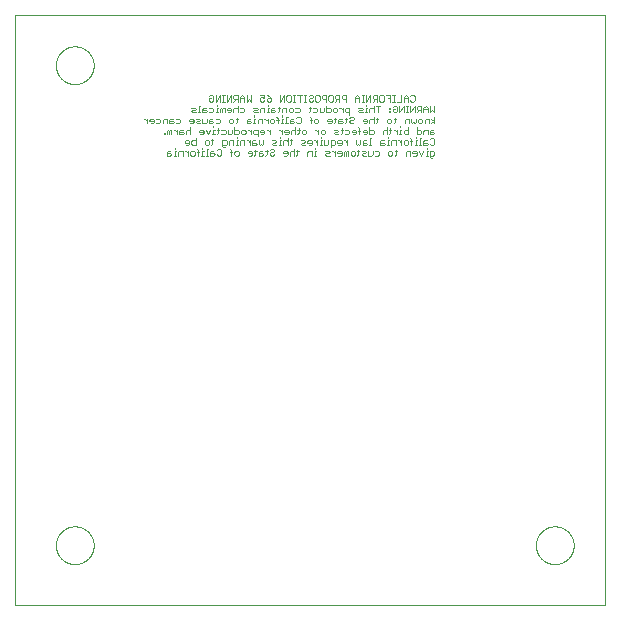
<source format=gbo>
G75*
%MOIN*%
%OFA0B0*%
%FSLAX25Y25*%
%IPPOS*%
%LPD*%
%AMOC8*
5,1,8,0,0,1.08239X$1,22.5*
%
%ADD10C,0.00000*%
%ADD11C,0.00200*%
D10*
X0033632Y0001800D02*
X0033632Y0198650D01*
X0230483Y0198650D01*
X0230483Y0001800D01*
X0033632Y0001800D01*
X0047333Y0021800D02*
X0047335Y0021958D01*
X0047341Y0022116D01*
X0047351Y0022274D01*
X0047365Y0022432D01*
X0047383Y0022589D01*
X0047404Y0022746D01*
X0047430Y0022902D01*
X0047460Y0023058D01*
X0047493Y0023213D01*
X0047531Y0023366D01*
X0047572Y0023519D01*
X0047617Y0023671D01*
X0047666Y0023822D01*
X0047719Y0023971D01*
X0047775Y0024119D01*
X0047835Y0024265D01*
X0047899Y0024410D01*
X0047967Y0024553D01*
X0048038Y0024695D01*
X0048112Y0024835D01*
X0048190Y0024972D01*
X0048272Y0025108D01*
X0048356Y0025242D01*
X0048445Y0025373D01*
X0048536Y0025502D01*
X0048631Y0025629D01*
X0048728Y0025754D01*
X0048829Y0025876D01*
X0048933Y0025995D01*
X0049040Y0026112D01*
X0049150Y0026226D01*
X0049263Y0026337D01*
X0049378Y0026446D01*
X0049496Y0026551D01*
X0049617Y0026653D01*
X0049740Y0026753D01*
X0049866Y0026849D01*
X0049994Y0026942D01*
X0050124Y0027032D01*
X0050257Y0027118D01*
X0050392Y0027202D01*
X0050528Y0027281D01*
X0050667Y0027358D01*
X0050808Y0027430D01*
X0050950Y0027500D01*
X0051094Y0027565D01*
X0051240Y0027627D01*
X0051387Y0027685D01*
X0051536Y0027740D01*
X0051686Y0027791D01*
X0051837Y0027838D01*
X0051989Y0027881D01*
X0052142Y0027920D01*
X0052297Y0027956D01*
X0052452Y0027987D01*
X0052608Y0028015D01*
X0052764Y0028039D01*
X0052921Y0028059D01*
X0053079Y0028075D01*
X0053236Y0028087D01*
X0053395Y0028095D01*
X0053553Y0028099D01*
X0053711Y0028099D01*
X0053869Y0028095D01*
X0054028Y0028087D01*
X0054185Y0028075D01*
X0054343Y0028059D01*
X0054500Y0028039D01*
X0054656Y0028015D01*
X0054812Y0027987D01*
X0054967Y0027956D01*
X0055122Y0027920D01*
X0055275Y0027881D01*
X0055427Y0027838D01*
X0055578Y0027791D01*
X0055728Y0027740D01*
X0055877Y0027685D01*
X0056024Y0027627D01*
X0056170Y0027565D01*
X0056314Y0027500D01*
X0056456Y0027430D01*
X0056597Y0027358D01*
X0056736Y0027281D01*
X0056872Y0027202D01*
X0057007Y0027118D01*
X0057140Y0027032D01*
X0057270Y0026942D01*
X0057398Y0026849D01*
X0057524Y0026753D01*
X0057647Y0026653D01*
X0057768Y0026551D01*
X0057886Y0026446D01*
X0058001Y0026337D01*
X0058114Y0026226D01*
X0058224Y0026112D01*
X0058331Y0025995D01*
X0058435Y0025876D01*
X0058536Y0025754D01*
X0058633Y0025629D01*
X0058728Y0025502D01*
X0058819Y0025373D01*
X0058908Y0025242D01*
X0058992Y0025108D01*
X0059074Y0024972D01*
X0059152Y0024835D01*
X0059226Y0024695D01*
X0059297Y0024553D01*
X0059365Y0024410D01*
X0059429Y0024265D01*
X0059489Y0024119D01*
X0059545Y0023971D01*
X0059598Y0023822D01*
X0059647Y0023671D01*
X0059692Y0023519D01*
X0059733Y0023366D01*
X0059771Y0023213D01*
X0059804Y0023058D01*
X0059834Y0022902D01*
X0059860Y0022746D01*
X0059881Y0022589D01*
X0059899Y0022432D01*
X0059913Y0022274D01*
X0059923Y0022116D01*
X0059929Y0021958D01*
X0059931Y0021800D01*
X0059929Y0021642D01*
X0059923Y0021484D01*
X0059913Y0021326D01*
X0059899Y0021168D01*
X0059881Y0021011D01*
X0059860Y0020854D01*
X0059834Y0020698D01*
X0059804Y0020542D01*
X0059771Y0020387D01*
X0059733Y0020234D01*
X0059692Y0020081D01*
X0059647Y0019929D01*
X0059598Y0019778D01*
X0059545Y0019629D01*
X0059489Y0019481D01*
X0059429Y0019335D01*
X0059365Y0019190D01*
X0059297Y0019047D01*
X0059226Y0018905D01*
X0059152Y0018765D01*
X0059074Y0018628D01*
X0058992Y0018492D01*
X0058908Y0018358D01*
X0058819Y0018227D01*
X0058728Y0018098D01*
X0058633Y0017971D01*
X0058536Y0017846D01*
X0058435Y0017724D01*
X0058331Y0017605D01*
X0058224Y0017488D01*
X0058114Y0017374D01*
X0058001Y0017263D01*
X0057886Y0017154D01*
X0057768Y0017049D01*
X0057647Y0016947D01*
X0057524Y0016847D01*
X0057398Y0016751D01*
X0057270Y0016658D01*
X0057140Y0016568D01*
X0057007Y0016482D01*
X0056872Y0016398D01*
X0056736Y0016319D01*
X0056597Y0016242D01*
X0056456Y0016170D01*
X0056314Y0016100D01*
X0056170Y0016035D01*
X0056024Y0015973D01*
X0055877Y0015915D01*
X0055728Y0015860D01*
X0055578Y0015809D01*
X0055427Y0015762D01*
X0055275Y0015719D01*
X0055122Y0015680D01*
X0054967Y0015644D01*
X0054812Y0015613D01*
X0054656Y0015585D01*
X0054500Y0015561D01*
X0054343Y0015541D01*
X0054185Y0015525D01*
X0054028Y0015513D01*
X0053869Y0015505D01*
X0053711Y0015501D01*
X0053553Y0015501D01*
X0053395Y0015505D01*
X0053236Y0015513D01*
X0053079Y0015525D01*
X0052921Y0015541D01*
X0052764Y0015561D01*
X0052608Y0015585D01*
X0052452Y0015613D01*
X0052297Y0015644D01*
X0052142Y0015680D01*
X0051989Y0015719D01*
X0051837Y0015762D01*
X0051686Y0015809D01*
X0051536Y0015860D01*
X0051387Y0015915D01*
X0051240Y0015973D01*
X0051094Y0016035D01*
X0050950Y0016100D01*
X0050808Y0016170D01*
X0050667Y0016242D01*
X0050528Y0016319D01*
X0050392Y0016398D01*
X0050257Y0016482D01*
X0050124Y0016568D01*
X0049994Y0016658D01*
X0049866Y0016751D01*
X0049740Y0016847D01*
X0049617Y0016947D01*
X0049496Y0017049D01*
X0049378Y0017154D01*
X0049263Y0017263D01*
X0049150Y0017374D01*
X0049040Y0017488D01*
X0048933Y0017605D01*
X0048829Y0017724D01*
X0048728Y0017846D01*
X0048631Y0017971D01*
X0048536Y0018098D01*
X0048445Y0018227D01*
X0048356Y0018358D01*
X0048272Y0018492D01*
X0048190Y0018628D01*
X0048112Y0018765D01*
X0048038Y0018905D01*
X0047967Y0019047D01*
X0047899Y0019190D01*
X0047835Y0019335D01*
X0047775Y0019481D01*
X0047719Y0019629D01*
X0047666Y0019778D01*
X0047617Y0019929D01*
X0047572Y0020081D01*
X0047531Y0020234D01*
X0047493Y0020387D01*
X0047460Y0020542D01*
X0047430Y0020698D01*
X0047404Y0020854D01*
X0047383Y0021011D01*
X0047365Y0021168D01*
X0047351Y0021326D01*
X0047341Y0021484D01*
X0047335Y0021642D01*
X0047333Y0021800D01*
X0207333Y0021800D02*
X0207335Y0021958D01*
X0207341Y0022116D01*
X0207351Y0022274D01*
X0207365Y0022432D01*
X0207383Y0022589D01*
X0207404Y0022746D01*
X0207430Y0022902D01*
X0207460Y0023058D01*
X0207493Y0023213D01*
X0207531Y0023366D01*
X0207572Y0023519D01*
X0207617Y0023671D01*
X0207666Y0023822D01*
X0207719Y0023971D01*
X0207775Y0024119D01*
X0207835Y0024265D01*
X0207899Y0024410D01*
X0207967Y0024553D01*
X0208038Y0024695D01*
X0208112Y0024835D01*
X0208190Y0024972D01*
X0208272Y0025108D01*
X0208356Y0025242D01*
X0208445Y0025373D01*
X0208536Y0025502D01*
X0208631Y0025629D01*
X0208728Y0025754D01*
X0208829Y0025876D01*
X0208933Y0025995D01*
X0209040Y0026112D01*
X0209150Y0026226D01*
X0209263Y0026337D01*
X0209378Y0026446D01*
X0209496Y0026551D01*
X0209617Y0026653D01*
X0209740Y0026753D01*
X0209866Y0026849D01*
X0209994Y0026942D01*
X0210124Y0027032D01*
X0210257Y0027118D01*
X0210392Y0027202D01*
X0210528Y0027281D01*
X0210667Y0027358D01*
X0210808Y0027430D01*
X0210950Y0027500D01*
X0211094Y0027565D01*
X0211240Y0027627D01*
X0211387Y0027685D01*
X0211536Y0027740D01*
X0211686Y0027791D01*
X0211837Y0027838D01*
X0211989Y0027881D01*
X0212142Y0027920D01*
X0212297Y0027956D01*
X0212452Y0027987D01*
X0212608Y0028015D01*
X0212764Y0028039D01*
X0212921Y0028059D01*
X0213079Y0028075D01*
X0213236Y0028087D01*
X0213395Y0028095D01*
X0213553Y0028099D01*
X0213711Y0028099D01*
X0213869Y0028095D01*
X0214028Y0028087D01*
X0214185Y0028075D01*
X0214343Y0028059D01*
X0214500Y0028039D01*
X0214656Y0028015D01*
X0214812Y0027987D01*
X0214967Y0027956D01*
X0215122Y0027920D01*
X0215275Y0027881D01*
X0215427Y0027838D01*
X0215578Y0027791D01*
X0215728Y0027740D01*
X0215877Y0027685D01*
X0216024Y0027627D01*
X0216170Y0027565D01*
X0216314Y0027500D01*
X0216456Y0027430D01*
X0216597Y0027358D01*
X0216736Y0027281D01*
X0216872Y0027202D01*
X0217007Y0027118D01*
X0217140Y0027032D01*
X0217270Y0026942D01*
X0217398Y0026849D01*
X0217524Y0026753D01*
X0217647Y0026653D01*
X0217768Y0026551D01*
X0217886Y0026446D01*
X0218001Y0026337D01*
X0218114Y0026226D01*
X0218224Y0026112D01*
X0218331Y0025995D01*
X0218435Y0025876D01*
X0218536Y0025754D01*
X0218633Y0025629D01*
X0218728Y0025502D01*
X0218819Y0025373D01*
X0218908Y0025242D01*
X0218992Y0025108D01*
X0219074Y0024972D01*
X0219152Y0024835D01*
X0219226Y0024695D01*
X0219297Y0024553D01*
X0219365Y0024410D01*
X0219429Y0024265D01*
X0219489Y0024119D01*
X0219545Y0023971D01*
X0219598Y0023822D01*
X0219647Y0023671D01*
X0219692Y0023519D01*
X0219733Y0023366D01*
X0219771Y0023213D01*
X0219804Y0023058D01*
X0219834Y0022902D01*
X0219860Y0022746D01*
X0219881Y0022589D01*
X0219899Y0022432D01*
X0219913Y0022274D01*
X0219923Y0022116D01*
X0219929Y0021958D01*
X0219931Y0021800D01*
X0219929Y0021642D01*
X0219923Y0021484D01*
X0219913Y0021326D01*
X0219899Y0021168D01*
X0219881Y0021011D01*
X0219860Y0020854D01*
X0219834Y0020698D01*
X0219804Y0020542D01*
X0219771Y0020387D01*
X0219733Y0020234D01*
X0219692Y0020081D01*
X0219647Y0019929D01*
X0219598Y0019778D01*
X0219545Y0019629D01*
X0219489Y0019481D01*
X0219429Y0019335D01*
X0219365Y0019190D01*
X0219297Y0019047D01*
X0219226Y0018905D01*
X0219152Y0018765D01*
X0219074Y0018628D01*
X0218992Y0018492D01*
X0218908Y0018358D01*
X0218819Y0018227D01*
X0218728Y0018098D01*
X0218633Y0017971D01*
X0218536Y0017846D01*
X0218435Y0017724D01*
X0218331Y0017605D01*
X0218224Y0017488D01*
X0218114Y0017374D01*
X0218001Y0017263D01*
X0217886Y0017154D01*
X0217768Y0017049D01*
X0217647Y0016947D01*
X0217524Y0016847D01*
X0217398Y0016751D01*
X0217270Y0016658D01*
X0217140Y0016568D01*
X0217007Y0016482D01*
X0216872Y0016398D01*
X0216736Y0016319D01*
X0216597Y0016242D01*
X0216456Y0016170D01*
X0216314Y0016100D01*
X0216170Y0016035D01*
X0216024Y0015973D01*
X0215877Y0015915D01*
X0215728Y0015860D01*
X0215578Y0015809D01*
X0215427Y0015762D01*
X0215275Y0015719D01*
X0215122Y0015680D01*
X0214967Y0015644D01*
X0214812Y0015613D01*
X0214656Y0015585D01*
X0214500Y0015561D01*
X0214343Y0015541D01*
X0214185Y0015525D01*
X0214028Y0015513D01*
X0213869Y0015505D01*
X0213711Y0015501D01*
X0213553Y0015501D01*
X0213395Y0015505D01*
X0213236Y0015513D01*
X0213079Y0015525D01*
X0212921Y0015541D01*
X0212764Y0015561D01*
X0212608Y0015585D01*
X0212452Y0015613D01*
X0212297Y0015644D01*
X0212142Y0015680D01*
X0211989Y0015719D01*
X0211837Y0015762D01*
X0211686Y0015809D01*
X0211536Y0015860D01*
X0211387Y0015915D01*
X0211240Y0015973D01*
X0211094Y0016035D01*
X0210950Y0016100D01*
X0210808Y0016170D01*
X0210667Y0016242D01*
X0210528Y0016319D01*
X0210392Y0016398D01*
X0210257Y0016482D01*
X0210124Y0016568D01*
X0209994Y0016658D01*
X0209866Y0016751D01*
X0209740Y0016847D01*
X0209617Y0016947D01*
X0209496Y0017049D01*
X0209378Y0017154D01*
X0209263Y0017263D01*
X0209150Y0017374D01*
X0209040Y0017488D01*
X0208933Y0017605D01*
X0208829Y0017724D01*
X0208728Y0017846D01*
X0208631Y0017971D01*
X0208536Y0018098D01*
X0208445Y0018227D01*
X0208356Y0018358D01*
X0208272Y0018492D01*
X0208190Y0018628D01*
X0208112Y0018765D01*
X0208038Y0018905D01*
X0207967Y0019047D01*
X0207899Y0019190D01*
X0207835Y0019335D01*
X0207775Y0019481D01*
X0207719Y0019629D01*
X0207666Y0019778D01*
X0207617Y0019929D01*
X0207572Y0020081D01*
X0207531Y0020234D01*
X0207493Y0020387D01*
X0207460Y0020542D01*
X0207430Y0020698D01*
X0207404Y0020854D01*
X0207383Y0021011D01*
X0207365Y0021168D01*
X0207351Y0021326D01*
X0207341Y0021484D01*
X0207335Y0021642D01*
X0207333Y0021800D01*
X0047333Y0181800D02*
X0047335Y0181958D01*
X0047341Y0182116D01*
X0047351Y0182274D01*
X0047365Y0182432D01*
X0047383Y0182589D01*
X0047404Y0182746D01*
X0047430Y0182902D01*
X0047460Y0183058D01*
X0047493Y0183213D01*
X0047531Y0183366D01*
X0047572Y0183519D01*
X0047617Y0183671D01*
X0047666Y0183822D01*
X0047719Y0183971D01*
X0047775Y0184119D01*
X0047835Y0184265D01*
X0047899Y0184410D01*
X0047967Y0184553D01*
X0048038Y0184695D01*
X0048112Y0184835D01*
X0048190Y0184972D01*
X0048272Y0185108D01*
X0048356Y0185242D01*
X0048445Y0185373D01*
X0048536Y0185502D01*
X0048631Y0185629D01*
X0048728Y0185754D01*
X0048829Y0185876D01*
X0048933Y0185995D01*
X0049040Y0186112D01*
X0049150Y0186226D01*
X0049263Y0186337D01*
X0049378Y0186446D01*
X0049496Y0186551D01*
X0049617Y0186653D01*
X0049740Y0186753D01*
X0049866Y0186849D01*
X0049994Y0186942D01*
X0050124Y0187032D01*
X0050257Y0187118D01*
X0050392Y0187202D01*
X0050528Y0187281D01*
X0050667Y0187358D01*
X0050808Y0187430D01*
X0050950Y0187500D01*
X0051094Y0187565D01*
X0051240Y0187627D01*
X0051387Y0187685D01*
X0051536Y0187740D01*
X0051686Y0187791D01*
X0051837Y0187838D01*
X0051989Y0187881D01*
X0052142Y0187920D01*
X0052297Y0187956D01*
X0052452Y0187987D01*
X0052608Y0188015D01*
X0052764Y0188039D01*
X0052921Y0188059D01*
X0053079Y0188075D01*
X0053236Y0188087D01*
X0053395Y0188095D01*
X0053553Y0188099D01*
X0053711Y0188099D01*
X0053869Y0188095D01*
X0054028Y0188087D01*
X0054185Y0188075D01*
X0054343Y0188059D01*
X0054500Y0188039D01*
X0054656Y0188015D01*
X0054812Y0187987D01*
X0054967Y0187956D01*
X0055122Y0187920D01*
X0055275Y0187881D01*
X0055427Y0187838D01*
X0055578Y0187791D01*
X0055728Y0187740D01*
X0055877Y0187685D01*
X0056024Y0187627D01*
X0056170Y0187565D01*
X0056314Y0187500D01*
X0056456Y0187430D01*
X0056597Y0187358D01*
X0056736Y0187281D01*
X0056872Y0187202D01*
X0057007Y0187118D01*
X0057140Y0187032D01*
X0057270Y0186942D01*
X0057398Y0186849D01*
X0057524Y0186753D01*
X0057647Y0186653D01*
X0057768Y0186551D01*
X0057886Y0186446D01*
X0058001Y0186337D01*
X0058114Y0186226D01*
X0058224Y0186112D01*
X0058331Y0185995D01*
X0058435Y0185876D01*
X0058536Y0185754D01*
X0058633Y0185629D01*
X0058728Y0185502D01*
X0058819Y0185373D01*
X0058908Y0185242D01*
X0058992Y0185108D01*
X0059074Y0184972D01*
X0059152Y0184835D01*
X0059226Y0184695D01*
X0059297Y0184553D01*
X0059365Y0184410D01*
X0059429Y0184265D01*
X0059489Y0184119D01*
X0059545Y0183971D01*
X0059598Y0183822D01*
X0059647Y0183671D01*
X0059692Y0183519D01*
X0059733Y0183366D01*
X0059771Y0183213D01*
X0059804Y0183058D01*
X0059834Y0182902D01*
X0059860Y0182746D01*
X0059881Y0182589D01*
X0059899Y0182432D01*
X0059913Y0182274D01*
X0059923Y0182116D01*
X0059929Y0181958D01*
X0059931Y0181800D01*
X0059929Y0181642D01*
X0059923Y0181484D01*
X0059913Y0181326D01*
X0059899Y0181168D01*
X0059881Y0181011D01*
X0059860Y0180854D01*
X0059834Y0180698D01*
X0059804Y0180542D01*
X0059771Y0180387D01*
X0059733Y0180234D01*
X0059692Y0180081D01*
X0059647Y0179929D01*
X0059598Y0179778D01*
X0059545Y0179629D01*
X0059489Y0179481D01*
X0059429Y0179335D01*
X0059365Y0179190D01*
X0059297Y0179047D01*
X0059226Y0178905D01*
X0059152Y0178765D01*
X0059074Y0178628D01*
X0058992Y0178492D01*
X0058908Y0178358D01*
X0058819Y0178227D01*
X0058728Y0178098D01*
X0058633Y0177971D01*
X0058536Y0177846D01*
X0058435Y0177724D01*
X0058331Y0177605D01*
X0058224Y0177488D01*
X0058114Y0177374D01*
X0058001Y0177263D01*
X0057886Y0177154D01*
X0057768Y0177049D01*
X0057647Y0176947D01*
X0057524Y0176847D01*
X0057398Y0176751D01*
X0057270Y0176658D01*
X0057140Y0176568D01*
X0057007Y0176482D01*
X0056872Y0176398D01*
X0056736Y0176319D01*
X0056597Y0176242D01*
X0056456Y0176170D01*
X0056314Y0176100D01*
X0056170Y0176035D01*
X0056024Y0175973D01*
X0055877Y0175915D01*
X0055728Y0175860D01*
X0055578Y0175809D01*
X0055427Y0175762D01*
X0055275Y0175719D01*
X0055122Y0175680D01*
X0054967Y0175644D01*
X0054812Y0175613D01*
X0054656Y0175585D01*
X0054500Y0175561D01*
X0054343Y0175541D01*
X0054185Y0175525D01*
X0054028Y0175513D01*
X0053869Y0175505D01*
X0053711Y0175501D01*
X0053553Y0175501D01*
X0053395Y0175505D01*
X0053236Y0175513D01*
X0053079Y0175525D01*
X0052921Y0175541D01*
X0052764Y0175561D01*
X0052608Y0175585D01*
X0052452Y0175613D01*
X0052297Y0175644D01*
X0052142Y0175680D01*
X0051989Y0175719D01*
X0051837Y0175762D01*
X0051686Y0175809D01*
X0051536Y0175860D01*
X0051387Y0175915D01*
X0051240Y0175973D01*
X0051094Y0176035D01*
X0050950Y0176100D01*
X0050808Y0176170D01*
X0050667Y0176242D01*
X0050528Y0176319D01*
X0050392Y0176398D01*
X0050257Y0176482D01*
X0050124Y0176568D01*
X0049994Y0176658D01*
X0049866Y0176751D01*
X0049740Y0176847D01*
X0049617Y0176947D01*
X0049496Y0177049D01*
X0049378Y0177154D01*
X0049263Y0177263D01*
X0049150Y0177374D01*
X0049040Y0177488D01*
X0048933Y0177605D01*
X0048829Y0177724D01*
X0048728Y0177846D01*
X0048631Y0177971D01*
X0048536Y0178098D01*
X0048445Y0178227D01*
X0048356Y0178358D01*
X0048272Y0178492D01*
X0048190Y0178628D01*
X0048112Y0178765D01*
X0048038Y0178905D01*
X0047967Y0179047D01*
X0047899Y0179190D01*
X0047835Y0179335D01*
X0047775Y0179481D01*
X0047719Y0179629D01*
X0047666Y0179778D01*
X0047617Y0179929D01*
X0047572Y0180081D01*
X0047531Y0180234D01*
X0047493Y0180387D01*
X0047460Y0180542D01*
X0047430Y0180698D01*
X0047404Y0180854D01*
X0047383Y0181011D01*
X0047365Y0181168D01*
X0047351Y0181326D01*
X0047341Y0181484D01*
X0047335Y0181642D01*
X0047333Y0181800D01*
D11*
X0076670Y0163968D02*
X0077037Y0163968D01*
X0077771Y0163234D01*
X0077037Y0163968D01*
X0076670Y0163968D01*
X0077771Y0163968D02*
X0077771Y0162500D01*
X0077771Y0163968D01*
X0078513Y0163601D02*
X0078880Y0163968D01*
X0079614Y0163968D01*
X0079981Y0163601D01*
X0079981Y0162867D01*
X0079614Y0162500D01*
X0078880Y0162500D01*
X0079614Y0162500D01*
X0079981Y0162867D01*
X0079981Y0163601D01*
X0079614Y0163968D01*
X0078880Y0163968D01*
X0078513Y0163601D01*
X0078513Y0163234D01*
X0079981Y0163234D01*
X0078513Y0163234D01*
X0078513Y0163601D01*
X0080723Y0163968D02*
X0081824Y0163968D01*
X0082191Y0163601D01*
X0082191Y0162867D01*
X0081824Y0162500D01*
X0080723Y0162500D01*
X0081824Y0162500D01*
X0082191Y0162867D01*
X0082191Y0163601D01*
X0081824Y0163968D01*
X0080723Y0163968D01*
X0082933Y0163601D02*
X0082933Y0162500D01*
X0082933Y0163601D01*
X0083300Y0163968D01*
X0084400Y0163968D01*
X0084400Y0162500D01*
X0084400Y0163968D01*
X0083300Y0163968D01*
X0082933Y0163601D01*
X0085142Y0163601D02*
X0085509Y0163968D01*
X0086243Y0163968D01*
X0085509Y0163968D01*
X0085142Y0163601D01*
X0085142Y0162500D01*
X0086243Y0162500D01*
X0086610Y0162867D01*
X0086243Y0163234D01*
X0085142Y0163234D01*
X0086243Y0163234D01*
X0086610Y0162867D01*
X0086243Y0162500D01*
X0085142Y0162500D01*
X0085142Y0163601D01*
X0087352Y0163968D02*
X0088453Y0163968D01*
X0088820Y0163601D01*
X0088820Y0162867D01*
X0088453Y0162500D01*
X0087352Y0162500D01*
X0088453Y0162500D01*
X0088820Y0162867D01*
X0088820Y0163601D01*
X0088453Y0163968D01*
X0087352Y0163968D01*
X0087715Y0160368D02*
X0087715Y0158900D01*
X0087715Y0160368D01*
X0086981Y0160368D02*
X0086614Y0160368D01*
X0086981Y0160368D01*
X0087715Y0159634D01*
X0086981Y0160368D01*
X0085874Y0160368D02*
X0085874Y0158900D01*
X0085874Y0160368D01*
X0085507Y0160368D01*
X0085140Y0160001D01*
X0084773Y0160368D01*
X0084406Y0160001D01*
X0084406Y0158900D01*
X0084406Y0160001D01*
X0084773Y0160368D01*
X0085140Y0160001D01*
X0085140Y0158900D01*
X0085140Y0160001D01*
X0085507Y0160368D01*
X0085874Y0160368D01*
X0083664Y0159267D02*
X0083297Y0159267D01*
X0083297Y0158900D01*
X0083664Y0158900D01*
X0083664Y0159267D01*
X0083297Y0159267D01*
X0083297Y0158900D01*
X0083664Y0158900D01*
X0083664Y0159267D01*
X0088457Y0159634D02*
X0089558Y0159634D01*
X0089925Y0159267D01*
X0089558Y0158900D01*
X0088457Y0158900D01*
X0088457Y0160001D01*
X0088824Y0160368D01*
X0089558Y0160368D01*
X0088824Y0160368D01*
X0088457Y0160001D01*
X0088457Y0158900D01*
X0089558Y0158900D01*
X0089925Y0159267D01*
X0089558Y0159634D01*
X0088457Y0159634D01*
X0090667Y0160001D02*
X0090667Y0158900D01*
X0090667Y0160001D01*
X0091034Y0160368D01*
X0091768Y0160368D01*
X0092135Y0160001D01*
X0091768Y0160368D01*
X0091034Y0160368D01*
X0090667Y0160001D01*
X0092135Y0161102D02*
X0092135Y0158900D01*
X0092135Y0161102D01*
X0092139Y0162500D02*
X0092873Y0162500D01*
X0093240Y0162867D01*
X0093240Y0163601D01*
X0092873Y0163968D01*
X0092139Y0163968D01*
X0091772Y0163601D01*
X0091772Y0163234D01*
X0093240Y0163234D01*
X0091772Y0163234D01*
X0091772Y0163601D01*
X0092139Y0163968D01*
X0092873Y0163968D01*
X0093240Y0163601D01*
X0093240Y0162867D01*
X0092873Y0162500D01*
X0092139Y0162500D01*
X0093982Y0162867D02*
X0094349Y0163234D01*
X0095083Y0163234D01*
X0095450Y0163601D01*
X0095083Y0163968D01*
X0093982Y0163968D01*
X0095083Y0163968D01*
X0095450Y0163601D01*
X0095083Y0163234D01*
X0094349Y0163234D01*
X0093982Y0162867D01*
X0094349Y0162500D01*
X0095450Y0162500D01*
X0094349Y0162500D01*
X0093982Y0162867D01*
X0096192Y0162500D02*
X0096192Y0163968D01*
X0096192Y0162500D01*
X0097293Y0162500D01*
X0097660Y0162867D01*
X0097660Y0163968D01*
X0097660Y0162867D01*
X0097293Y0162500D01*
X0096192Y0162500D01*
X0096188Y0160368D02*
X0095454Y0160368D01*
X0095087Y0160001D01*
X0095087Y0159634D01*
X0096555Y0159634D01*
X0095087Y0159634D01*
X0095087Y0160001D01*
X0095454Y0160368D01*
X0096188Y0160368D01*
X0096555Y0160001D01*
X0096555Y0159267D01*
X0096188Y0158900D01*
X0095454Y0158900D01*
X0096188Y0158900D01*
X0096555Y0159267D01*
X0096555Y0160001D01*
X0096188Y0160368D01*
X0097297Y0160368D02*
X0098031Y0158900D01*
X0098765Y0160368D01*
X0098031Y0158900D01*
X0097297Y0160368D01*
X0098402Y0162500D02*
X0099503Y0162500D01*
X0099870Y0162867D01*
X0099503Y0163234D01*
X0098402Y0163234D01*
X0099503Y0163234D01*
X0099870Y0162867D01*
X0099503Y0162500D01*
X0098402Y0162500D01*
X0098402Y0163601D01*
X0098769Y0163968D01*
X0099503Y0163968D01*
X0098769Y0163968D01*
X0098402Y0163601D01*
X0098402Y0162500D01*
X0099871Y0161469D02*
X0099871Y0161102D01*
X0099871Y0161469D01*
X0099871Y0160368D02*
X0099871Y0158900D01*
X0099871Y0160368D01*
X0100238Y0160368D01*
X0099871Y0160368D01*
X0100977Y0160368D02*
X0101711Y0160368D01*
X0100977Y0160368D01*
X0101344Y0160735D02*
X0101344Y0159267D01*
X0100977Y0158900D01*
X0101344Y0159267D01*
X0101344Y0160735D01*
X0102453Y0160368D02*
X0103554Y0160368D01*
X0103921Y0160001D01*
X0103921Y0159267D01*
X0103554Y0158900D01*
X0102453Y0158900D01*
X0103554Y0158900D01*
X0103921Y0159267D01*
X0103921Y0160001D01*
X0103554Y0160368D01*
X0102453Y0160368D01*
X0104663Y0160368D02*
X0104663Y0158900D01*
X0105764Y0158900D01*
X0106131Y0159267D01*
X0106131Y0160368D01*
X0106131Y0159267D01*
X0105764Y0158900D01*
X0104663Y0158900D01*
X0104663Y0160368D01*
X0106873Y0160368D02*
X0107974Y0160368D01*
X0108341Y0160001D01*
X0108341Y0159267D01*
X0107974Y0158900D01*
X0106873Y0158900D01*
X0106873Y0161102D01*
X0106873Y0158900D01*
X0107974Y0158900D01*
X0108341Y0159267D01*
X0108341Y0160001D01*
X0107974Y0160368D01*
X0106873Y0160368D01*
X0107239Y0162500D02*
X0107606Y0162867D01*
X0107606Y0164335D01*
X0107606Y0162867D01*
X0107239Y0162500D01*
X0106499Y0162867D02*
X0106132Y0162500D01*
X0105398Y0162500D01*
X0105031Y0162867D01*
X0105031Y0163601D01*
X0105398Y0163968D01*
X0106132Y0163968D01*
X0106499Y0163601D01*
X0106499Y0162867D01*
X0106132Y0162500D01*
X0105398Y0162500D01*
X0105031Y0162867D01*
X0105031Y0163601D01*
X0105398Y0163968D01*
X0106132Y0163968D01*
X0106499Y0163601D01*
X0106499Y0162867D01*
X0107239Y0163968D02*
X0107973Y0163968D01*
X0107239Y0163968D01*
X0107973Y0166100D02*
X0107973Y0168302D01*
X0107973Y0166100D01*
X0108714Y0166100D02*
X0109815Y0166100D01*
X0110182Y0166467D01*
X0110182Y0167201D01*
X0109815Y0167568D01*
X0108714Y0167568D01*
X0109815Y0167568D01*
X0110182Y0167201D01*
X0110182Y0166467D01*
X0109815Y0166100D01*
X0108714Y0166100D01*
X0107973Y0167201D02*
X0107606Y0167568D01*
X0106872Y0167568D01*
X0106505Y0167201D01*
X0106505Y0166100D01*
X0106505Y0167201D01*
X0106872Y0167568D01*
X0107606Y0167568D01*
X0107973Y0167201D01*
X0105763Y0167201D02*
X0105396Y0167568D01*
X0104662Y0167568D01*
X0104295Y0167201D01*
X0104295Y0166834D01*
X0105763Y0166834D01*
X0104295Y0166834D01*
X0104295Y0167201D01*
X0104662Y0167568D01*
X0105396Y0167568D01*
X0105763Y0167201D01*
X0105763Y0166467D01*
X0105396Y0166100D01*
X0104662Y0166100D01*
X0105396Y0166100D01*
X0105763Y0166467D01*
X0105763Y0167201D01*
X0103553Y0167568D02*
X0103186Y0167568D01*
X0102819Y0167201D01*
X0102452Y0167568D01*
X0102085Y0167201D01*
X0102085Y0166100D01*
X0102085Y0167201D01*
X0102452Y0167568D01*
X0102819Y0167201D01*
X0102819Y0166100D01*
X0102819Y0167201D01*
X0103186Y0167568D01*
X0103553Y0167568D01*
X0103553Y0166100D01*
X0103553Y0167568D01*
X0103553Y0169700D02*
X0102819Y0169700D01*
X0103553Y0169700D01*
X0103186Y0169700D02*
X0103186Y0171902D01*
X0103186Y0169700D01*
X0102080Y0169700D02*
X0102080Y0171902D01*
X0100612Y0169700D01*
X0100612Y0171902D01*
X0100612Y0169700D01*
X0102080Y0171902D01*
X0102080Y0169700D01*
X0100976Y0168669D02*
X0100976Y0168302D01*
X0100976Y0168669D01*
X0100976Y0167568D02*
X0100976Y0166100D01*
X0100976Y0167568D01*
X0101343Y0167568D01*
X0100976Y0167568D01*
X0099870Y0167201D02*
X0099870Y0166467D01*
X0099503Y0166100D01*
X0098402Y0166100D01*
X0099503Y0166100D01*
X0099870Y0166467D01*
X0099870Y0167201D01*
X0099503Y0167568D01*
X0098402Y0167568D01*
X0099503Y0167568D01*
X0099870Y0167201D01*
X0100609Y0166100D02*
X0101343Y0166100D01*
X0100609Y0166100D01*
X0100612Y0163968D02*
X0101713Y0163968D01*
X0102080Y0163601D01*
X0102080Y0162867D01*
X0101713Y0162500D01*
X0100612Y0162500D01*
X0101713Y0162500D01*
X0102080Y0162867D01*
X0102080Y0163601D01*
X0101713Y0163968D01*
X0100612Y0163968D01*
X0097660Y0166467D02*
X0097293Y0166834D01*
X0096192Y0166834D01*
X0097293Y0166834D01*
X0097660Y0166467D01*
X0097293Y0166100D01*
X0096192Y0166100D01*
X0096192Y0167201D01*
X0096559Y0167568D01*
X0097293Y0167568D01*
X0096559Y0167568D01*
X0096192Y0167201D01*
X0096192Y0166100D01*
X0097293Y0166100D01*
X0097660Y0166467D01*
X0095450Y0166100D02*
X0094716Y0166100D01*
X0095450Y0166100D01*
X0095083Y0166100D02*
X0095083Y0168302D01*
X0095450Y0168302D01*
X0095083Y0168302D01*
X0095083Y0166100D01*
X0093977Y0166100D02*
X0092876Y0166100D01*
X0092509Y0166467D01*
X0092876Y0166834D01*
X0093610Y0166834D01*
X0093977Y0167201D01*
X0093610Y0167568D01*
X0092509Y0167568D01*
X0093610Y0167568D01*
X0093977Y0167201D01*
X0093610Y0166834D01*
X0092876Y0166834D01*
X0092509Y0166467D01*
X0092876Y0166100D01*
X0093977Y0166100D01*
X0098402Y0170067D02*
X0098402Y0170801D01*
X0099136Y0170801D01*
X0098402Y0170801D01*
X0098402Y0170067D01*
X0098769Y0169700D01*
X0099503Y0169700D01*
X0099870Y0170067D01*
X0099870Y0171535D01*
X0099503Y0171902D01*
X0098769Y0171902D01*
X0098402Y0171535D01*
X0098769Y0171902D01*
X0099503Y0171902D01*
X0099870Y0171535D01*
X0099870Y0170067D01*
X0099503Y0169700D01*
X0098769Y0169700D01*
X0098402Y0170067D01*
X0102819Y0171902D02*
X0103553Y0171902D01*
X0102819Y0171902D01*
X0104295Y0171902D02*
X0104295Y0169700D01*
X0105763Y0171902D01*
X0105763Y0169700D01*
X0105763Y0171902D01*
X0104295Y0169700D01*
X0104295Y0171902D01*
X0106505Y0171535D02*
X0106505Y0170801D01*
X0106872Y0170434D01*
X0107973Y0170434D01*
X0106872Y0170434D01*
X0106505Y0170801D01*
X0106505Y0171535D01*
X0106872Y0171902D01*
X0107973Y0171902D01*
X0107973Y0169700D01*
X0107973Y0171902D01*
X0106872Y0171902D01*
X0106505Y0171535D01*
X0107239Y0170434D02*
X0106505Y0169700D01*
X0107239Y0170434D01*
X0108714Y0170801D02*
X0110182Y0170801D01*
X0108714Y0170801D01*
X0108714Y0171168D02*
X0108714Y0169700D01*
X0108714Y0171168D01*
X0109448Y0171902D01*
X0110182Y0171168D01*
X0110182Y0169700D01*
X0110182Y0171168D01*
X0109448Y0171902D01*
X0108714Y0171168D01*
X0110924Y0171902D02*
X0110924Y0169700D01*
X0111658Y0170434D01*
X0112392Y0169700D01*
X0112392Y0171902D01*
X0112392Y0169700D01*
X0111658Y0170434D01*
X0110924Y0169700D01*
X0110924Y0171902D01*
X0115344Y0171902D02*
X0116812Y0171902D01*
X0116812Y0170801D01*
X0116078Y0171168D01*
X0115711Y0171168D01*
X0115344Y0170801D01*
X0115344Y0170067D01*
X0115711Y0169700D01*
X0116445Y0169700D01*
X0116812Y0170067D01*
X0116445Y0169700D01*
X0115711Y0169700D01*
X0115344Y0170067D01*
X0115344Y0170801D01*
X0115711Y0171168D01*
X0116078Y0171168D01*
X0116812Y0170801D01*
X0116812Y0171902D01*
X0115344Y0171902D01*
X0117554Y0171902D02*
X0118288Y0171535D01*
X0119022Y0170801D01*
X0117921Y0170801D01*
X0117554Y0170434D01*
X0117554Y0170067D01*
X0117921Y0169700D01*
X0118655Y0169700D01*
X0119022Y0170067D01*
X0119022Y0170801D01*
X0117921Y0170801D01*
X0117554Y0170434D01*
X0117554Y0170067D01*
X0117921Y0169700D01*
X0118655Y0169700D01*
X0119022Y0170067D01*
X0119022Y0170801D01*
X0118288Y0171535D01*
X0117554Y0171902D01*
X0117918Y0168669D02*
X0117918Y0168302D01*
X0117918Y0168669D01*
X0117918Y0167568D02*
X0117918Y0166100D01*
X0117918Y0167568D01*
X0118285Y0167568D01*
X0117918Y0167568D01*
X0116812Y0167568D02*
X0115711Y0167568D01*
X0115344Y0167201D01*
X0115344Y0166100D01*
X0115344Y0167201D01*
X0115711Y0167568D01*
X0116812Y0167568D01*
X0116812Y0166100D01*
X0116812Y0167568D01*
X0117551Y0166100D02*
X0118285Y0166100D01*
X0117551Y0166100D01*
X0119027Y0166100D02*
X0120128Y0166100D01*
X0120495Y0166467D01*
X0120128Y0166834D01*
X0119027Y0166834D01*
X0120128Y0166834D01*
X0120495Y0166467D01*
X0120128Y0166100D01*
X0119027Y0166100D01*
X0119027Y0167201D01*
X0119394Y0167568D01*
X0120128Y0167568D01*
X0119394Y0167568D01*
X0119027Y0167201D01*
X0119027Y0166100D01*
X0119026Y0163968D02*
X0119760Y0163968D01*
X0120127Y0163601D01*
X0120127Y0162867D01*
X0119760Y0162500D01*
X0119026Y0162500D01*
X0118659Y0162867D01*
X0118659Y0163601D01*
X0119026Y0163968D01*
X0119760Y0163968D01*
X0120127Y0163601D01*
X0120127Y0162867D01*
X0119760Y0162500D01*
X0119026Y0162500D01*
X0118659Y0162867D01*
X0118659Y0163601D01*
X0119026Y0163968D01*
X0117917Y0163968D02*
X0117917Y0162500D01*
X0117917Y0163968D01*
X0117183Y0163968D02*
X0116816Y0163968D01*
X0117183Y0163968D01*
X0117917Y0163234D01*
X0117183Y0163968D01*
X0116075Y0163968D02*
X0114974Y0163968D01*
X0114607Y0163601D01*
X0114607Y0162500D01*
X0114607Y0163601D01*
X0114974Y0163968D01*
X0116075Y0163968D01*
X0116075Y0162500D01*
X0116075Y0163968D01*
X0113866Y0163968D02*
X0113499Y0163968D01*
X0113499Y0162500D01*
X0113499Y0163968D01*
X0113866Y0163968D01*
X0113499Y0164702D02*
X0113499Y0165069D01*
X0113499Y0164702D01*
X0113501Y0166100D02*
X0113134Y0166467D01*
X0113501Y0166834D01*
X0114235Y0166834D01*
X0114602Y0167201D01*
X0114235Y0167568D01*
X0113134Y0167568D01*
X0114235Y0167568D01*
X0114602Y0167201D01*
X0114235Y0166834D01*
X0113501Y0166834D01*
X0113134Y0166467D01*
X0113501Y0166100D01*
X0114602Y0166100D01*
X0113501Y0166100D01*
X0112025Y0163968D02*
X0111291Y0163968D01*
X0110924Y0163601D01*
X0110924Y0162500D01*
X0112025Y0162500D01*
X0112392Y0162867D01*
X0112025Y0163234D01*
X0110924Y0163234D01*
X0112025Y0163234D01*
X0112392Y0162867D01*
X0112025Y0162500D01*
X0110924Y0162500D01*
X0110924Y0163601D01*
X0111291Y0163968D01*
X0112025Y0163968D01*
X0113132Y0162500D02*
X0113866Y0162500D01*
X0113132Y0162500D01*
X0113501Y0160368D02*
X0113134Y0160001D01*
X0113134Y0159267D01*
X0113501Y0158900D01*
X0114602Y0158900D01*
X0113501Y0158900D01*
X0113134Y0159267D01*
X0113134Y0160001D01*
X0113501Y0160368D01*
X0114602Y0160368D01*
X0114602Y0158166D01*
X0114602Y0160368D01*
X0113501Y0160368D01*
X0112392Y0160368D02*
X0112392Y0158900D01*
X0112392Y0160368D01*
X0111658Y0160368D02*
X0111291Y0160368D01*
X0111658Y0160368D01*
X0112392Y0159634D01*
X0111658Y0160368D01*
X0110551Y0160001D02*
X0110551Y0159267D01*
X0110184Y0158900D01*
X0109450Y0158900D01*
X0109083Y0159267D01*
X0109083Y0160001D01*
X0109450Y0160368D01*
X0110184Y0160368D01*
X0110551Y0160001D01*
X0110551Y0159267D01*
X0110184Y0158900D01*
X0109450Y0158900D01*
X0109083Y0159267D01*
X0109083Y0160001D01*
X0109450Y0160368D01*
X0110184Y0160368D01*
X0110551Y0160001D01*
X0107606Y0157869D02*
X0107606Y0157502D01*
X0107606Y0157869D01*
X0107606Y0156768D02*
X0107606Y0155300D01*
X0107606Y0156768D01*
X0107973Y0156768D01*
X0107606Y0156768D01*
X0106499Y0156768D02*
X0105398Y0156768D01*
X0105031Y0156401D01*
X0105031Y0155300D01*
X0105031Y0156401D01*
X0105398Y0156768D01*
X0106499Y0156768D01*
X0106499Y0155300D01*
X0106499Y0156768D01*
X0107239Y0155300D02*
X0107973Y0155300D01*
X0107239Y0155300D01*
X0108714Y0155300D02*
X0108714Y0156401D01*
X0109081Y0156768D01*
X0110182Y0156768D01*
X0110182Y0155300D01*
X0110182Y0156768D01*
X0109081Y0156768D01*
X0108714Y0156401D01*
X0108714Y0155300D01*
X0107974Y0153168D02*
X0108341Y0152801D01*
X0108341Y0152067D01*
X0107974Y0151700D01*
X0107240Y0151700D01*
X0106873Y0152067D01*
X0106873Y0152801D01*
X0107240Y0153168D01*
X0107974Y0153168D01*
X0108341Y0152801D01*
X0108341Y0152067D01*
X0107974Y0151700D01*
X0107240Y0151700D01*
X0106873Y0152067D01*
X0106873Y0152801D01*
X0107240Y0153168D01*
X0107974Y0153168D01*
X0106131Y0152801D02*
X0105397Y0152801D01*
X0106131Y0152801D01*
X0105764Y0153535D02*
X0105764Y0151700D01*
X0105764Y0153535D01*
X0105397Y0153902D01*
X0105764Y0153535D01*
X0103555Y0154566D02*
X0103188Y0154566D01*
X0102821Y0154933D01*
X0102821Y0156768D01*
X0103922Y0156768D01*
X0104289Y0156401D01*
X0104289Y0155667D01*
X0103922Y0155300D01*
X0102821Y0155300D01*
X0103922Y0155300D01*
X0104289Y0155667D01*
X0104289Y0156401D01*
X0103922Y0156768D01*
X0102821Y0156768D01*
X0102821Y0154933D01*
X0103188Y0154566D01*
X0103555Y0154566D01*
X0102448Y0153535D02*
X0102081Y0153902D01*
X0101347Y0153902D01*
X0100980Y0153535D01*
X0101347Y0153902D01*
X0102081Y0153902D01*
X0102448Y0153535D01*
X0102448Y0152067D01*
X0102081Y0151700D01*
X0101347Y0151700D01*
X0100980Y0152067D01*
X0101347Y0151700D01*
X0102081Y0151700D01*
X0102448Y0152067D01*
X0102448Y0153535D01*
X0099871Y0153168D02*
X0099137Y0153168D01*
X0098770Y0152801D01*
X0098770Y0151700D01*
X0099871Y0151700D01*
X0100238Y0152067D01*
X0099871Y0152434D01*
X0098770Y0152434D01*
X0099871Y0152434D01*
X0100238Y0152067D01*
X0099871Y0151700D01*
X0098770Y0151700D01*
X0098770Y0152801D01*
X0099137Y0153168D01*
X0099871Y0153168D01*
X0098028Y0153902D02*
X0097661Y0153902D01*
X0097661Y0151700D01*
X0097661Y0153902D01*
X0098028Y0153902D01*
X0098029Y0155300D02*
X0098396Y0155667D01*
X0098396Y0156401D01*
X0098029Y0156768D01*
X0097295Y0156768D01*
X0096928Y0156401D01*
X0096928Y0155667D01*
X0097295Y0155300D01*
X0098029Y0155300D01*
X0098396Y0155667D01*
X0098396Y0156401D01*
X0098029Y0156768D01*
X0097295Y0156768D01*
X0096928Y0156401D01*
X0096928Y0155667D01*
X0097295Y0155300D01*
X0098029Y0155300D01*
X0099136Y0155300D02*
X0099503Y0155667D01*
X0099503Y0157135D01*
X0099503Y0155667D01*
X0099136Y0155300D01*
X0099136Y0156768D02*
X0099870Y0156768D01*
X0099136Y0156768D01*
X0099504Y0158900D02*
X0100238Y0158900D01*
X0099504Y0158900D01*
X0096188Y0154269D02*
X0096188Y0153902D01*
X0096188Y0154269D01*
X0096188Y0153168D02*
X0096188Y0151700D01*
X0096188Y0153168D01*
X0096555Y0153168D01*
X0096188Y0153168D01*
X0095082Y0152801D02*
X0094348Y0152801D01*
X0095082Y0152801D01*
X0094715Y0153535D02*
X0094348Y0153902D01*
X0094715Y0153535D01*
X0094715Y0151700D01*
X0094715Y0153535D01*
X0093608Y0152801D02*
X0093608Y0152067D01*
X0093241Y0151700D01*
X0092507Y0151700D01*
X0092140Y0152067D01*
X0092140Y0152801D01*
X0092507Y0153168D01*
X0093241Y0153168D01*
X0093608Y0152801D01*
X0093608Y0152067D01*
X0093241Y0151700D01*
X0092507Y0151700D01*
X0092140Y0152067D01*
X0092140Y0152801D01*
X0092507Y0153168D01*
X0093241Y0153168D01*
X0093608Y0152801D01*
X0091398Y0153168D02*
X0091398Y0151700D01*
X0091398Y0153168D01*
X0090664Y0153168D02*
X0090297Y0153168D01*
X0090664Y0153168D01*
X0091398Y0152434D01*
X0090664Y0153168D01*
X0089557Y0153168D02*
X0088456Y0153168D01*
X0088089Y0152801D01*
X0088089Y0151700D01*
X0088089Y0152801D01*
X0088456Y0153168D01*
X0089557Y0153168D01*
X0089557Y0151700D01*
X0089557Y0153168D01*
X0087347Y0153168D02*
X0086980Y0153168D01*
X0086980Y0151700D01*
X0086980Y0153168D01*
X0087347Y0153168D01*
X0086980Y0153902D02*
X0086980Y0154269D01*
X0086980Y0153902D01*
X0085507Y0153168D02*
X0084773Y0153168D01*
X0084406Y0152801D01*
X0084406Y0151700D01*
X0085507Y0151700D01*
X0085874Y0152067D01*
X0085507Y0152434D01*
X0084406Y0152434D01*
X0085507Y0152434D01*
X0085874Y0152067D01*
X0085507Y0151700D01*
X0084406Y0151700D01*
X0084406Y0152801D01*
X0084773Y0153168D01*
X0085507Y0153168D01*
X0086613Y0151700D02*
X0087347Y0151700D01*
X0086613Y0151700D01*
X0090666Y0155300D02*
X0091400Y0155300D01*
X0091767Y0155667D01*
X0091767Y0156401D01*
X0091400Y0156768D01*
X0090666Y0156768D01*
X0090299Y0156401D01*
X0090299Y0156034D01*
X0091767Y0156034D01*
X0090299Y0156034D01*
X0090299Y0156401D01*
X0090666Y0156768D01*
X0091400Y0156768D01*
X0091767Y0156401D01*
X0091767Y0155667D01*
X0091400Y0155300D01*
X0090666Y0155300D01*
X0092509Y0155667D02*
X0092509Y0156401D01*
X0092876Y0156768D01*
X0093977Y0156768D01*
X0092876Y0156768D01*
X0092509Y0156401D01*
X0092509Y0155667D01*
X0092876Y0155300D01*
X0093977Y0155300D01*
X0093977Y0157502D01*
X0093977Y0155300D01*
X0092876Y0155300D01*
X0092509Y0155667D01*
X0095821Y0151700D02*
X0096555Y0151700D01*
X0095821Y0151700D01*
X0097294Y0151700D02*
X0098028Y0151700D01*
X0097294Y0151700D01*
X0111293Y0152434D02*
X0112761Y0152434D01*
X0111293Y0152434D01*
X0111293Y0152801D01*
X0111660Y0153168D01*
X0112394Y0153168D01*
X0112761Y0152801D01*
X0112761Y0152067D01*
X0112394Y0151700D01*
X0111660Y0151700D01*
X0112394Y0151700D01*
X0112761Y0152067D01*
X0112761Y0152801D01*
X0112394Y0153168D01*
X0111660Y0153168D01*
X0111293Y0152801D01*
X0111293Y0152434D01*
X0113500Y0153168D02*
X0114234Y0153168D01*
X0113500Y0153168D01*
X0113867Y0153535D02*
X0113867Y0152067D01*
X0113500Y0151700D01*
X0113867Y0152067D01*
X0113867Y0153535D01*
X0114976Y0152801D02*
X0114976Y0151700D01*
X0116077Y0151700D01*
X0116444Y0152067D01*
X0116077Y0152434D01*
X0114976Y0152434D01*
X0116077Y0152434D01*
X0116444Y0152067D01*
X0116077Y0151700D01*
X0114976Y0151700D01*
X0114976Y0152801D01*
X0115343Y0153168D01*
X0116077Y0153168D01*
X0115343Y0153168D01*
X0114976Y0152801D01*
X0117183Y0153168D02*
X0117917Y0153168D01*
X0117183Y0153168D01*
X0117550Y0153535D02*
X0117550Y0152067D01*
X0117183Y0151700D01*
X0117550Y0152067D01*
X0117550Y0153535D01*
X0118659Y0153535D02*
X0119026Y0153902D01*
X0119760Y0153902D01*
X0120127Y0153535D01*
X0120127Y0153168D01*
X0119760Y0152801D01*
X0119026Y0152801D01*
X0118659Y0152434D01*
X0118659Y0152067D01*
X0119026Y0151700D01*
X0119760Y0151700D01*
X0120127Y0152067D01*
X0119760Y0151700D01*
X0119026Y0151700D01*
X0118659Y0152067D01*
X0118659Y0152434D01*
X0119026Y0152801D01*
X0119760Y0152801D01*
X0120127Y0153168D01*
X0120127Y0153535D01*
X0119760Y0153902D01*
X0119026Y0153902D01*
X0118659Y0153535D01*
X0119763Y0155300D02*
X0119396Y0155667D01*
X0119763Y0156034D01*
X0120496Y0156034D01*
X0120863Y0156401D01*
X0120496Y0156768D01*
X0119396Y0156768D01*
X0120496Y0156768D01*
X0120863Y0156401D01*
X0120496Y0156034D01*
X0119763Y0156034D01*
X0119396Y0155667D01*
X0119763Y0155300D01*
X0120863Y0155300D01*
X0119763Y0155300D01*
X0121603Y0155300D02*
X0122337Y0155300D01*
X0121603Y0155300D01*
X0121970Y0155300D02*
X0121970Y0156768D01*
X0122337Y0156768D01*
X0121970Y0156768D01*
X0121970Y0155300D01*
X0123079Y0155300D02*
X0123079Y0156401D01*
X0123446Y0156768D01*
X0124180Y0156768D01*
X0124547Y0156401D01*
X0124180Y0156768D01*
X0123446Y0156768D01*
X0123079Y0156401D01*
X0123079Y0155300D01*
X0124547Y0155300D02*
X0124547Y0157502D01*
X0124547Y0155300D01*
X0125286Y0155300D02*
X0125653Y0155667D01*
X0125653Y0157135D01*
X0125653Y0155667D01*
X0125286Y0155300D01*
X0125286Y0156768D02*
X0126020Y0156768D01*
X0125286Y0156768D01*
X0125657Y0158900D02*
X0125657Y0160001D01*
X0126024Y0160368D01*
X0126758Y0160368D01*
X0127125Y0160001D01*
X0126758Y0160368D01*
X0126024Y0160368D01*
X0125657Y0160001D01*
X0125657Y0158900D01*
X0124915Y0159267D02*
X0124915Y0160001D01*
X0124548Y0160368D01*
X0123814Y0160368D01*
X0123447Y0160001D01*
X0123447Y0159634D01*
X0124915Y0159634D01*
X0123447Y0159634D01*
X0123447Y0160001D01*
X0123814Y0160368D01*
X0124548Y0160368D01*
X0124915Y0160001D01*
X0124915Y0159267D01*
X0124548Y0158900D01*
X0123814Y0158900D01*
X0124548Y0158900D01*
X0124915Y0159267D01*
X0127125Y0158900D02*
X0127125Y0161102D01*
X0127125Y0158900D01*
X0127864Y0158900D02*
X0128231Y0159267D01*
X0128231Y0160735D01*
X0128231Y0159267D01*
X0127864Y0158900D01*
X0127864Y0160368D02*
X0128598Y0160368D01*
X0127864Y0160368D01*
X0129340Y0160001D02*
X0129707Y0160368D01*
X0130441Y0160368D01*
X0130808Y0160001D01*
X0130808Y0159267D01*
X0130441Y0158900D01*
X0129707Y0158900D01*
X0129340Y0159267D01*
X0129340Y0160001D01*
X0129707Y0160368D01*
X0130441Y0160368D01*
X0130808Y0160001D01*
X0130808Y0159267D01*
X0130441Y0158900D01*
X0129707Y0158900D01*
X0129340Y0159267D01*
X0129340Y0160001D01*
X0128599Y0162500D02*
X0127865Y0162500D01*
X0127498Y0162867D01*
X0127865Y0162500D01*
X0128599Y0162500D01*
X0128966Y0162867D01*
X0128966Y0164335D01*
X0128599Y0164702D01*
X0127865Y0164702D01*
X0127498Y0164335D01*
X0127865Y0164702D01*
X0128599Y0164702D01*
X0128966Y0164335D01*
X0128966Y0162867D01*
X0128599Y0162500D01*
X0126756Y0162867D02*
X0126390Y0163234D01*
X0125289Y0163234D01*
X0126390Y0163234D01*
X0126756Y0162867D01*
X0126390Y0162500D01*
X0125289Y0162500D01*
X0125289Y0163601D01*
X0125656Y0163968D01*
X0126390Y0163968D01*
X0125656Y0163968D01*
X0125289Y0163601D01*
X0125289Y0162500D01*
X0126390Y0162500D01*
X0126756Y0162867D01*
X0124547Y0162500D02*
X0123813Y0162500D01*
X0124547Y0162500D01*
X0124180Y0162500D02*
X0124180Y0164702D01*
X0124547Y0164702D01*
X0124180Y0164702D01*
X0124180Y0162500D01*
X0123073Y0162500D02*
X0122339Y0162500D01*
X0123073Y0162500D01*
X0122706Y0162500D02*
X0122706Y0163968D01*
X0123073Y0163968D01*
X0122706Y0163968D01*
X0122706Y0162500D01*
X0121233Y0162500D02*
X0121233Y0164335D01*
X0120866Y0164702D01*
X0121233Y0164335D01*
X0121233Y0162500D01*
X0121600Y0163601D02*
X0120866Y0163601D01*
X0121600Y0163601D01*
X0122706Y0164702D02*
X0122706Y0165069D01*
X0122706Y0164702D01*
X0122710Y0166100D02*
X0122710Y0167201D01*
X0123077Y0167568D01*
X0124178Y0167568D01*
X0124178Y0166100D01*
X0124178Y0167568D01*
X0123077Y0167568D01*
X0122710Y0167201D01*
X0122710Y0166100D01*
X0121601Y0166467D02*
X0121234Y0166100D01*
X0121601Y0166467D01*
X0121601Y0167935D01*
X0121601Y0166467D01*
X0121968Y0167568D02*
X0121234Y0167568D01*
X0121968Y0167568D01*
X0121974Y0169700D02*
X0121974Y0171902D01*
X0121974Y0169700D01*
X0123442Y0171902D01*
X0123442Y0169700D01*
X0123442Y0171902D01*
X0121974Y0169700D01*
X0124184Y0170067D02*
X0124184Y0171535D01*
X0124551Y0171902D01*
X0125285Y0171902D01*
X0125652Y0171535D01*
X0125652Y0170067D01*
X0125285Y0169700D01*
X0124551Y0169700D01*
X0124184Y0170067D01*
X0124184Y0171535D01*
X0124551Y0171902D01*
X0125285Y0171902D01*
X0125652Y0171535D01*
X0125652Y0170067D01*
X0125285Y0169700D01*
X0124551Y0169700D01*
X0124184Y0170067D01*
X0126391Y0169700D02*
X0127125Y0169700D01*
X0126391Y0169700D01*
X0126758Y0169700D02*
X0126758Y0171902D01*
X0126758Y0169700D01*
X0128601Y0169700D02*
X0128601Y0171902D01*
X0128601Y0169700D01*
X0130074Y0169700D02*
X0130808Y0169700D01*
X0130074Y0169700D01*
X0130441Y0169700D02*
X0130441Y0171902D01*
X0130441Y0169700D01*
X0131550Y0170067D02*
X0131917Y0169700D01*
X0132651Y0169700D01*
X0133018Y0170067D01*
X0132651Y0169700D01*
X0131917Y0169700D01*
X0131550Y0170067D01*
X0131550Y0170434D01*
X0131917Y0170801D01*
X0132651Y0170801D01*
X0133018Y0171168D01*
X0133018Y0171535D01*
X0132651Y0171902D01*
X0131917Y0171902D01*
X0131550Y0171535D01*
X0131917Y0171902D01*
X0132651Y0171902D01*
X0133018Y0171535D01*
X0133018Y0171168D01*
X0132651Y0170801D01*
X0131917Y0170801D01*
X0131550Y0170434D01*
X0131550Y0170067D01*
X0130808Y0171902D02*
X0130074Y0171902D01*
X0130808Y0171902D01*
X0129335Y0171902D02*
X0127867Y0171902D01*
X0129335Y0171902D01*
X0127125Y0171902D02*
X0126391Y0171902D01*
X0127125Y0171902D01*
X0131914Y0167935D02*
X0131914Y0166467D01*
X0131547Y0166100D01*
X0131914Y0166467D01*
X0131914Y0167935D01*
X0132281Y0167568D02*
X0131547Y0167568D01*
X0132281Y0167568D01*
X0133023Y0167568D02*
X0134124Y0167568D01*
X0134491Y0167201D01*
X0134491Y0166467D01*
X0134124Y0166100D01*
X0133023Y0166100D01*
X0134124Y0166100D01*
X0134491Y0166467D01*
X0134491Y0167201D01*
X0134124Y0167568D01*
X0133023Y0167568D01*
X0135233Y0167568D02*
X0135233Y0166100D01*
X0136334Y0166100D01*
X0136701Y0166467D01*
X0136701Y0167568D01*
X0136701Y0166467D01*
X0136334Y0166100D01*
X0135233Y0166100D01*
X0135233Y0167568D01*
X0134861Y0169700D02*
X0134127Y0169700D01*
X0133760Y0170067D01*
X0133760Y0171535D01*
X0134127Y0171902D01*
X0134861Y0171902D01*
X0135228Y0171535D01*
X0135228Y0170067D01*
X0134861Y0169700D01*
X0134127Y0169700D01*
X0133760Y0170067D01*
X0133760Y0171535D01*
X0134127Y0171902D01*
X0134861Y0171902D01*
X0135228Y0171535D01*
X0135228Y0170067D01*
X0134861Y0169700D01*
X0135970Y0170801D02*
X0136337Y0170434D01*
X0137438Y0170434D01*
X0136337Y0170434D01*
X0135970Y0170801D01*
X0135970Y0171535D01*
X0136337Y0171902D01*
X0137438Y0171902D01*
X0137438Y0169700D01*
X0137438Y0171902D01*
X0136337Y0171902D01*
X0135970Y0171535D01*
X0135970Y0170801D01*
X0138180Y0171535D02*
X0138547Y0171902D01*
X0139280Y0171902D01*
X0139647Y0171535D01*
X0139647Y0170067D01*
X0139280Y0169700D01*
X0138547Y0169700D01*
X0138180Y0170067D01*
X0138180Y0171535D01*
X0138547Y0171902D01*
X0139280Y0171902D01*
X0139647Y0171535D01*
X0139647Y0170067D01*
X0139280Y0169700D01*
X0138547Y0169700D01*
X0138180Y0170067D01*
X0138180Y0171535D01*
X0140389Y0171535D02*
X0140756Y0171902D01*
X0141857Y0171902D01*
X0141857Y0169700D01*
X0141857Y0171902D01*
X0140756Y0171902D01*
X0140389Y0171535D01*
X0140389Y0170801D01*
X0140756Y0170434D01*
X0141857Y0170434D01*
X0140756Y0170434D01*
X0140389Y0170801D01*
X0140389Y0171535D01*
X0141123Y0170434D02*
X0140389Y0169700D01*
X0141123Y0170434D01*
X0142599Y0170801D02*
X0142966Y0170434D01*
X0144067Y0170434D01*
X0142966Y0170434D01*
X0142599Y0170801D01*
X0142599Y0171535D01*
X0142966Y0171902D01*
X0144067Y0171902D01*
X0144067Y0169700D01*
X0144067Y0171902D01*
X0142966Y0171902D01*
X0142599Y0171535D01*
X0142599Y0170801D01*
X0142962Y0167568D02*
X0142962Y0166100D01*
X0142962Y0167568D01*
X0142228Y0167568D02*
X0141861Y0167568D01*
X0142228Y0167568D01*
X0142962Y0166834D01*
X0142228Y0167568D01*
X0141121Y0167201D02*
X0141121Y0166467D01*
X0140754Y0166100D01*
X0140020Y0166100D01*
X0139653Y0166467D01*
X0139653Y0167201D01*
X0140020Y0167568D01*
X0140754Y0167568D01*
X0141121Y0167201D01*
X0141121Y0166467D01*
X0140754Y0166100D01*
X0140020Y0166100D01*
X0139653Y0166467D01*
X0139653Y0167201D01*
X0140020Y0167568D01*
X0140754Y0167568D01*
X0141121Y0167201D01*
X0138911Y0167201D02*
X0138544Y0167568D01*
X0137443Y0167568D01*
X0138544Y0167568D01*
X0138911Y0167201D01*
X0138911Y0166467D01*
X0138544Y0166100D01*
X0137443Y0166100D01*
X0137443Y0168302D01*
X0137443Y0166100D01*
X0138544Y0166100D01*
X0138911Y0166467D01*
X0138911Y0167201D01*
X0140385Y0164335D02*
X0140385Y0162867D01*
X0140018Y0162500D01*
X0140385Y0162867D01*
X0140385Y0164335D01*
X0140752Y0163968D02*
X0140018Y0163968D01*
X0140752Y0163968D01*
X0141494Y0163601D02*
X0141861Y0163968D01*
X0142595Y0163968D01*
X0141861Y0163968D01*
X0141494Y0163601D01*
X0141494Y0162500D01*
X0142595Y0162500D01*
X0142962Y0162867D01*
X0142595Y0163234D01*
X0141494Y0163234D01*
X0142595Y0163234D01*
X0142962Y0162867D01*
X0142595Y0162500D01*
X0141494Y0162500D01*
X0141494Y0163601D01*
X0139279Y0163601D02*
X0138912Y0163968D01*
X0138178Y0163968D01*
X0137811Y0163601D01*
X0137811Y0163234D01*
X0139279Y0163234D01*
X0137811Y0163234D01*
X0137811Y0163601D01*
X0138178Y0163968D01*
X0138912Y0163968D01*
X0139279Y0163601D01*
X0139279Y0162867D01*
X0138912Y0162500D01*
X0138178Y0162500D01*
X0138912Y0162500D01*
X0139279Y0162867D01*
X0139279Y0163601D01*
X0140021Y0160368D02*
X0141122Y0160368D01*
X0141489Y0160001D01*
X0141122Y0159634D01*
X0140388Y0159634D01*
X0140021Y0159267D01*
X0140388Y0158900D01*
X0141489Y0158900D01*
X0140388Y0158900D01*
X0140021Y0159267D01*
X0140388Y0159634D01*
X0141122Y0159634D01*
X0141489Y0160001D01*
X0141122Y0160368D01*
X0140021Y0160368D01*
X0142228Y0160368D02*
X0142962Y0160368D01*
X0142228Y0160368D01*
X0142595Y0160735D02*
X0142595Y0159267D01*
X0142228Y0158900D01*
X0142595Y0159267D01*
X0142595Y0160735D01*
X0143704Y0160368D02*
X0144805Y0160368D01*
X0145172Y0160001D01*
X0145172Y0159267D01*
X0144805Y0158900D01*
X0143704Y0158900D01*
X0144805Y0158900D01*
X0145172Y0159267D01*
X0145172Y0160001D01*
X0144805Y0160368D01*
X0143704Y0160368D01*
X0143702Y0162500D02*
X0144069Y0162867D01*
X0144069Y0164335D01*
X0144069Y0162867D01*
X0143702Y0162500D01*
X0143702Y0163968D02*
X0144436Y0163968D01*
X0143702Y0163968D01*
X0145177Y0164335D02*
X0145544Y0164702D01*
X0146278Y0164702D01*
X0146645Y0164335D01*
X0146645Y0163968D01*
X0146278Y0163601D01*
X0145544Y0163601D01*
X0145177Y0163234D01*
X0145177Y0162867D01*
X0145544Y0162500D01*
X0146278Y0162500D01*
X0146645Y0162867D01*
X0146278Y0162500D01*
X0145544Y0162500D01*
X0145177Y0162867D01*
X0145177Y0163234D01*
X0145544Y0163601D01*
X0146278Y0163601D01*
X0146645Y0163968D01*
X0146645Y0164335D01*
X0146278Y0164702D01*
X0145544Y0164702D01*
X0145177Y0164335D01*
X0145172Y0165366D02*
X0145172Y0167568D01*
X0144071Y0167568D01*
X0143704Y0167201D01*
X0143704Y0166467D01*
X0144071Y0166100D01*
X0145172Y0166100D01*
X0144071Y0166100D01*
X0143704Y0166467D01*
X0143704Y0167201D01*
X0144071Y0167568D01*
X0145172Y0167568D01*
X0145172Y0165366D01*
X0148124Y0166467D02*
X0148491Y0166834D01*
X0149225Y0166834D01*
X0149592Y0167201D01*
X0149225Y0167568D01*
X0148124Y0167568D01*
X0149225Y0167568D01*
X0149592Y0167201D01*
X0149225Y0166834D01*
X0148491Y0166834D01*
X0148124Y0166467D01*
X0148491Y0166100D01*
X0149592Y0166100D01*
X0148491Y0166100D01*
X0148124Y0166467D01*
X0150331Y0166100D02*
X0151065Y0166100D01*
X0150331Y0166100D01*
X0150698Y0166100D02*
X0150698Y0167568D01*
X0151065Y0167568D01*
X0150698Y0167568D01*
X0150698Y0166100D01*
X0151807Y0166100D02*
X0151807Y0167201D01*
X0152174Y0167568D01*
X0152908Y0167568D01*
X0153275Y0167201D01*
X0152908Y0167568D01*
X0152174Y0167568D01*
X0151807Y0167201D01*
X0151807Y0166100D01*
X0153275Y0166100D02*
X0153275Y0168302D01*
X0153275Y0166100D01*
X0153275Y0164702D02*
X0153275Y0162500D01*
X0153275Y0164702D01*
X0152908Y0163968D02*
X0152174Y0163968D01*
X0151807Y0163601D01*
X0151807Y0162500D01*
X0151807Y0163601D01*
X0152174Y0163968D01*
X0152908Y0163968D01*
X0153275Y0163601D01*
X0152908Y0163968D01*
X0154014Y0163968D02*
X0154748Y0163968D01*
X0154014Y0163968D01*
X0154381Y0164335D02*
X0154381Y0162867D01*
X0154014Y0162500D01*
X0154381Y0162867D01*
X0154381Y0164335D01*
X0154751Y0166100D02*
X0154751Y0168302D01*
X0154751Y0166100D01*
X0155485Y0168302D02*
X0154017Y0168302D01*
X0155485Y0168302D01*
X0155489Y0169700D02*
X0155122Y0170067D01*
X0155122Y0171535D01*
X0155489Y0171902D01*
X0156223Y0171902D01*
X0156590Y0171535D01*
X0156590Y0170067D01*
X0156223Y0169700D01*
X0155489Y0169700D01*
X0155122Y0170067D01*
X0155122Y0171535D01*
X0155489Y0171902D01*
X0156223Y0171902D01*
X0156590Y0171535D01*
X0156590Y0170067D01*
X0156223Y0169700D01*
X0155489Y0169700D01*
X0154380Y0169700D02*
X0154380Y0171902D01*
X0153279Y0171902D01*
X0152912Y0171535D01*
X0152912Y0170801D01*
X0153279Y0170434D01*
X0154380Y0170434D01*
X0153279Y0170434D01*
X0152912Y0170801D01*
X0152912Y0171535D01*
X0153279Y0171902D01*
X0154380Y0171902D01*
X0154380Y0169700D01*
X0153646Y0170434D02*
X0152912Y0169700D01*
X0153646Y0170434D01*
X0152170Y0169700D02*
X0152170Y0171902D01*
X0150702Y0169700D01*
X0150702Y0171902D01*
X0150702Y0169700D01*
X0152170Y0171902D01*
X0152170Y0169700D01*
X0150698Y0168669D02*
X0150698Y0168302D01*
X0150698Y0168669D01*
X0149960Y0169700D02*
X0149226Y0169700D01*
X0149960Y0169700D01*
X0149593Y0169700D02*
X0149593Y0171902D01*
X0149593Y0169700D01*
X0148487Y0169700D02*
X0148487Y0171168D01*
X0147753Y0171902D01*
X0147019Y0171168D01*
X0147019Y0169700D01*
X0147019Y0171168D01*
X0147753Y0171902D01*
X0148487Y0171168D01*
X0148487Y0169700D01*
X0148487Y0170801D02*
X0147019Y0170801D01*
X0148487Y0170801D01*
X0149226Y0171902D02*
X0149960Y0171902D01*
X0149226Y0171902D01*
X0149964Y0163968D02*
X0149597Y0163601D01*
X0149597Y0163234D01*
X0151065Y0163234D01*
X0149597Y0163234D01*
X0149597Y0163601D01*
X0149964Y0163968D01*
X0150698Y0163968D01*
X0151065Y0163601D01*
X0151065Y0162867D01*
X0150698Y0162500D01*
X0149964Y0162500D01*
X0150698Y0162500D01*
X0151065Y0162867D01*
X0151065Y0163601D01*
X0150698Y0163968D01*
X0149964Y0163968D01*
X0148121Y0161102D02*
X0148488Y0160735D01*
X0148488Y0158900D01*
X0148488Y0160735D01*
X0148121Y0161102D01*
X0148121Y0160001D02*
X0148855Y0160001D01*
X0148121Y0160001D01*
X0147382Y0160001D02*
X0147015Y0160368D01*
X0146281Y0160368D01*
X0145914Y0160001D01*
X0145914Y0159634D01*
X0147382Y0159634D01*
X0145914Y0159634D01*
X0145914Y0160001D01*
X0146281Y0160368D01*
X0147015Y0160368D01*
X0147382Y0160001D01*
X0147382Y0159267D01*
X0147015Y0158900D01*
X0146281Y0158900D01*
X0147015Y0158900D01*
X0147382Y0159267D01*
X0147382Y0160001D01*
X0149597Y0160001D02*
X0149597Y0159634D01*
X0151065Y0159634D01*
X0149597Y0159634D01*
X0149597Y0160001D01*
X0149964Y0160368D01*
X0150698Y0160368D01*
X0151065Y0160001D01*
X0151065Y0159267D01*
X0150698Y0158900D01*
X0149964Y0158900D01*
X0150698Y0158900D01*
X0151065Y0159267D01*
X0151065Y0160001D01*
X0150698Y0160368D01*
X0149964Y0160368D01*
X0149597Y0160001D01*
X0151807Y0160368D02*
X0152908Y0160368D01*
X0153275Y0160001D01*
X0153275Y0159267D01*
X0152908Y0158900D01*
X0151807Y0158900D01*
X0151807Y0161102D01*
X0151807Y0158900D01*
X0152908Y0158900D01*
X0153275Y0159267D01*
X0153275Y0160001D01*
X0152908Y0160368D01*
X0151807Y0160368D01*
X0152171Y0157502D02*
X0152171Y0155300D01*
X0152171Y0157502D01*
X0152538Y0157502D01*
X0152171Y0157502D01*
X0150698Y0156768D02*
X0149964Y0156768D01*
X0149597Y0156401D01*
X0149597Y0155300D01*
X0150698Y0155300D01*
X0151065Y0155667D01*
X0150698Y0156034D01*
X0149597Y0156034D01*
X0150698Y0156034D01*
X0151065Y0155667D01*
X0150698Y0155300D01*
X0149597Y0155300D01*
X0149597Y0156401D01*
X0149964Y0156768D01*
X0150698Y0156768D01*
X0151804Y0155300D02*
X0152538Y0155300D01*
X0151804Y0155300D01*
X0151439Y0153168D02*
X0151439Y0151700D01*
X0152540Y0151700D01*
X0152907Y0152067D01*
X0152907Y0153168D01*
X0152907Y0152067D01*
X0152540Y0151700D01*
X0151439Y0151700D01*
X0151439Y0153168D01*
X0150697Y0152801D02*
X0150330Y0153168D01*
X0149229Y0153168D01*
X0150330Y0153168D01*
X0150697Y0152801D01*
X0150330Y0152434D01*
X0149596Y0152434D01*
X0149229Y0152067D01*
X0149596Y0151700D01*
X0150697Y0151700D01*
X0149596Y0151700D01*
X0149229Y0152067D01*
X0149596Y0152434D01*
X0150330Y0152434D01*
X0150697Y0152801D01*
X0148487Y0153168D02*
X0147753Y0153168D01*
X0148487Y0153168D01*
X0148120Y0153535D02*
X0148120Y0152067D01*
X0147753Y0151700D01*
X0148120Y0152067D01*
X0148120Y0153535D01*
X0147014Y0152801D02*
X0147014Y0152067D01*
X0146647Y0151700D01*
X0145913Y0151700D01*
X0145546Y0152067D01*
X0145546Y0152801D01*
X0145913Y0153168D01*
X0146647Y0153168D01*
X0147014Y0152801D01*
X0147014Y0152067D01*
X0146647Y0151700D01*
X0145913Y0151700D01*
X0145546Y0152067D01*
X0145546Y0152801D01*
X0145913Y0153168D01*
X0146647Y0153168D01*
X0147014Y0152801D01*
X0144804Y0153168D02*
X0144804Y0151700D01*
X0144804Y0153168D01*
X0144437Y0153168D01*
X0144070Y0152801D01*
X0143703Y0153168D01*
X0143336Y0152801D01*
X0143336Y0151700D01*
X0143336Y0152801D01*
X0143703Y0153168D01*
X0144070Y0152801D01*
X0144070Y0151700D01*
X0144070Y0152801D01*
X0144437Y0153168D01*
X0144804Y0153168D01*
X0144436Y0155300D02*
X0144436Y0156768D01*
X0144436Y0155300D01*
X0144436Y0156034D02*
X0143702Y0156768D01*
X0143335Y0156768D01*
X0143702Y0156768D01*
X0144436Y0156034D01*
X0142594Y0156034D02*
X0141126Y0156034D01*
X0141126Y0156401D01*
X0141493Y0156768D01*
X0142227Y0156768D01*
X0142594Y0156401D01*
X0142594Y0155667D01*
X0142227Y0155300D01*
X0141493Y0155300D01*
X0142227Y0155300D01*
X0142594Y0155667D01*
X0142594Y0156401D01*
X0142227Y0156768D01*
X0141493Y0156768D01*
X0141126Y0156401D01*
X0141126Y0156034D01*
X0142594Y0156034D01*
X0140384Y0156401D02*
X0140384Y0155667D01*
X0140017Y0155300D01*
X0138916Y0155300D01*
X0140017Y0155300D01*
X0140384Y0155667D01*
X0140384Y0156401D01*
X0140017Y0156768D01*
X0138916Y0156768D01*
X0138916Y0154566D01*
X0138916Y0156768D01*
X0140017Y0156768D01*
X0140384Y0156401D01*
X0138174Y0156768D02*
X0138174Y0155667D01*
X0137807Y0155300D01*
X0136706Y0155300D01*
X0136706Y0156768D01*
X0136706Y0155300D01*
X0137807Y0155300D01*
X0138174Y0155667D01*
X0138174Y0156768D01*
X0135964Y0156768D02*
X0135597Y0156768D01*
X0135597Y0155300D01*
X0135597Y0156768D01*
X0135964Y0156768D01*
X0135597Y0157502D02*
X0135597Y0157869D01*
X0135597Y0157502D01*
X0134491Y0156768D02*
X0134491Y0155300D01*
X0134491Y0156768D01*
X0133757Y0156768D02*
X0133390Y0156768D01*
X0133757Y0156768D01*
X0134491Y0156034D01*
X0133757Y0156768D01*
X0132649Y0156401D02*
X0132283Y0156768D01*
X0131549Y0156768D01*
X0131182Y0156401D01*
X0131182Y0156034D01*
X0132649Y0156034D01*
X0131182Y0156034D01*
X0131182Y0156401D01*
X0131549Y0156768D01*
X0132283Y0156768D01*
X0132649Y0156401D01*
X0132649Y0155667D01*
X0132283Y0155300D01*
X0131549Y0155300D01*
X0132283Y0155300D01*
X0132649Y0155667D01*
X0132649Y0156401D01*
X0130440Y0156401D02*
X0130073Y0156768D01*
X0128972Y0156768D01*
X0130073Y0156768D01*
X0130440Y0156401D01*
X0130073Y0156034D01*
X0129339Y0156034D01*
X0128972Y0155667D01*
X0129339Y0155300D01*
X0130440Y0155300D01*
X0129339Y0155300D01*
X0128972Y0155667D01*
X0129339Y0156034D01*
X0130073Y0156034D01*
X0130440Y0156401D01*
X0133756Y0154269D02*
X0133756Y0153902D01*
X0133756Y0154269D01*
X0133756Y0153168D02*
X0133756Y0151700D01*
X0133756Y0153168D01*
X0134123Y0153168D01*
X0133756Y0153168D01*
X0132650Y0153168D02*
X0131549Y0153168D01*
X0131182Y0152801D01*
X0131182Y0151700D01*
X0131182Y0152801D01*
X0131549Y0153168D01*
X0132650Y0153168D01*
X0132650Y0151700D01*
X0132650Y0153168D01*
X0133389Y0151700D02*
X0134123Y0151700D01*
X0133389Y0151700D01*
X0137075Y0152067D02*
X0137442Y0152434D01*
X0138176Y0152434D01*
X0138543Y0152801D01*
X0138176Y0153168D01*
X0137075Y0153168D01*
X0138176Y0153168D01*
X0138543Y0152801D01*
X0138176Y0152434D01*
X0137442Y0152434D01*
X0137075Y0152067D01*
X0137442Y0151700D01*
X0138543Y0151700D01*
X0137442Y0151700D01*
X0137075Y0152067D01*
X0139283Y0153168D02*
X0139650Y0153168D01*
X0140384Y0152434D01*
X0139650Y0153168D01*
X0139283Y0153168D01*
X0140384Y0153168D02*
X0140384Y0151700D01*
X0140384Y0153168D01*
X0141126Y0152801D02*
X0141126Y0152434D01*
X0142594Y0152434D01*
X0141126Y0152434D01*
X0141126Y0152801D01*
X0141493Y0153168D01*
X0142227Y0153168D01*
X0142594Y0152801D01*
X0142594Y0152067D01*
X0142227Y0151700D01*
X0141493Y0151700D01*
X0142227Y0151700D01*
X0142594Y0152067D01*
X0142594Y0152801D01*
X0142227Y0153168D01*
X0141493Y0153168D01*
X0141126Y0152801D01*
X0135964Y0155300D02*
X0135230Y0155300D01*
X0135964Y0155300D01*
X0135968Y0158900D02*
X0135601Y0159267D01*
X0135601Y0160001D01*
X0135968Y0160368D01*
X0136702Y0160368D01*
X0137069Y0160001D01*
X0137069Y0159267D01*
X0136702Y0158900D01*
X0135968Y0158900D01*
X0135601Y0159267D01*
X0135601Y0160001D01*
X0135968Y0160368D01*
X0136702Y0160368D01*
X0137069Y0160001D01*
X0137069Y0159267D01*
X0136702Y0158900D01*
X0135968Y0158900D01*
X0134859Y0158900D02*
X0134859Y0160368D01*
X0134859Y0158900D01*
X0134859Y0159634D02*
X0134125Y0160368D01*
X0133758Y0160368D01*
X0134125Y0160368D01*
X0134859Y0159634D01*
X0134492Y0162500D02*
X0134859Y0162867D01*
X0134859Y0163601D01*
X0134492Y0163968D01*
X0133758Y0163968D01*
X0133391Y0163601D01*
X0133391Y0162867D01*
X0133758Y0162500D01*
X0134492Y0162500D01*
X0134859Y0162867D01*
X0134859Y0163601D01*
X0134492Y0163968D01*
X0133758Y0163968D01*
X0133391Y0163601D01*
X0133391Y0162867D01*
X0133758Y0162500D01*
X0134492Y0162500D01*
X0132650Y0163601D02*
X0131916Y0163601D01*
X0132650Y0163601D01*
X0132283Y0164335D02*
X0131916Y0164702D01*
X0132283Y0164335D01*
X0132283Y0162500D01*
X0132283Y0164335D01*
X0128598Y0166467D02*
X0128231Y0166100D01*
X0127130Y0166100D01*
X0128231Y0166100D01*
X0128598Y0166467D01*
X0128598Y0167201D01*
X0128231Y0167568D01*
X0127130Y0167568D01*
X0128231Y0167568D01*
X0128598Y0167201D01*
X0128598Y0166467D01*
X0126388Y0166467D02*
X0126021Y0166100D01*
X0125287Y0166100D01*
X0124920Y0166467D01*
X0124920Y0167201D01*
X0125287Y0167568D01*
X0126021Y0167568D01*
X0126388Y0167201D01*
X0126388Y0166467D01*
X0126021Y0166100D01*
X0125287Y0166100D01*
X0124920Y0166467D01*
X0124920Y0167201D01*
X0125287Y0167568D01*
X0126021Y0167568D01*
X0126388Y0167201D01*
X0126388Y0166467D01*
X0122705Y0160368D02*
X0122705Y0158900D01*
X0122705Y0160368D01*
X0121971Y0160368D02*
X0121604Y0160368D01*
X0121971Y0160368D01*
X0122705Y0159634D01*
X0121971Y0160368D01*
X0121970Y0157869D02*
X0121970Y0157502D01*
X0121970Y0157869D01*
X0118654Y0158900D02*
X0118654Y0160368D01*
X0118654Y0158900D01*
X0118654Y0159634D02*
X0117920Y0160368D01*
X0117553Y0160368D01*
X0117920Y0160368D01*
X0118654Y0159634D01*
X0116812Y0159634D02*
X0115344Y0159634D01*
X0115344Y0160001D01*
X0115711Y0160368D01*
X0116445Y0160368D01*
X0116812Y0160001D01*
X0116812Y0159267D01*
X0116445Y0158900D01*
X0115711Y0158900D01*
X0116445Y0158900D01*
X0116812Y0159267D01*
X0116812Y0160001D01*
X0116445Y0160368D01*
X0115711Y0160368D01*
X0115344Y0160001D01*
X0115344Y0159634D01*
X0116812Y0159634D01*
X0116444Y0156768D02*
X0116444Y0155667D01*
X0116077Y0155300D01*
X0115710Y0155667D01*
X0115343Y0155300D01*
X0114976Y0155667D01*
X0114976Y0156768D01*
X0114976Y0155667D01*
X0115343Y0155300D01*
X0115710Y0155667D01*
X0116077Y0155300D01*
X0116444Y0155667D01*
X0116444Y0156768D01*
X0114234Y0155667D02*
X0113867Y0156034D01*
X0112766Y0156034D01*
X0113867Y0156034D01*
X0114234Y0155667D01*
X0113867Y0155300D01*
X0112766Y0155300D01*
X0112766Y0156401D01*
X0113133Y0156768D01*
X0113867Y0156768D01*
X0113133Y0156768D01*
X0112766Y0156401D01*
X0112766Y0155300D01*
X0113867Y0155300D01*
X0114234Y0155667D01*
X0112024Y0156034D02*
X0111290Y0156768D01*
X0110923Y0156768D01*
X0111290Y0156768D01*
X0112024Y0156034D01*
X0112024Y0155300D02*
X0112024Y0156768D01*
X0112024Y0155300D01*
X0123079Y0152801D02*
X0123079Y0152434D01*
X0124547Y0152434D01*
X0123079Y0152434D01*
X0123079Y0152801D01*
X0123446Y0153168D01*
X0124180Y0153168D01*
X0124547Y0152801D01*
X0124547Y0152067D01*
X0124180Y0151700D01*
X0123446Y0151700D01*
X0124180Y0151700D01*
X0124547Y0152067D01*
X0124547Y0152801D01*
X0124180Y0153168D01*
X0123446Y0153168D01*
X0123079Y0152801D01*
X0125289Y0152801D02*
X0125289Y0151700D01*
X0125289Y0152801D01*
X0125656Y0153168D01*
X0126390Y0153168D01*
X0126756Y0152801D01*
X0126390Y0153168D01*
X0125656Y0153168D01*
X0125289Y0152801D01*
X0126756Y0153902D02*
X0126756Y0151700D01*
X0126756Y0153902D01*
X0127496Y0153168D02*
X0128230Y0153168D01*
X0127496Y0153168D01*
X0127863Y0153535D02*
X0127863Y0152067D01*
X0127496Y0151700D01*
X0127863Y0152067D01*
X0127863Y0153535D01*
X0147387Y0155667D02*
X0147387Y0156768D01*
X0147387Y0155667D01*
X0147754Y0155300D01*
X0148121Y0155667D01*
X0148488Y0155300D01*
X0148855Y0155667D01*
X0148855Y0156768D01*
X0148855Y0155667D01*
X0148488Y0155300D01*
X0148121Y0155667D01*
X0147754Y0155300D01*
X0147387Y0155667D01*
X0153649Y0153168D02*
X0154750Y0153168D01*
X0155117Y0152801D01*
X0155117Y0152067D01*
X0154750Y0151700D01*
X0153649Y0151700D01*
X0154750Y0151700D01*
X0155117Y0152067D01*
X0155117Y0152801D01*
X0154750Y0153168D01*
X0153649Y0153168D01*
X0155490Y0155300D02*
X0156591Y0155300D01*
X0156958Y0155667D01*
X0156591Y0156034D01*
X0155490Y0156034D01*
X0156591Y0156034D01*
X0156958Y0155667D01*
X0156591Y0155300D01*
X0155490Y0155300D01*
X0155490Y0156401D01*
X0155857Y0156768D01*
X0156591Y0156768D01*
X0155857Y0156768D01*
X0155490Y0156401D01*
X0155490Y0155300D01*
X0157697Y0155300D02*
X0158431Y0155300D01*
X0157697Y0155300D01*
X0158064Y0155300D02*
X0158064Y0156768D01*
X0158431Y0156768D01*
X0158064Y0156768D01*
X0158064Y0155300D01*
X0159173Y0155300D02*
X0159173Y0156401D01*
X0159540Y0156768D01*
X0160641Y0156768D01*
X0160641Y0155300D01*
X0160641Y0156768D01*
X0159540Y0156768D01*
X0159173Y0156401D01*
X0159173Y0155300D01*
X0159169Y0153168D02*
X0158435Y0153168D01*
X0158068Y0152801D01*
X0158068Y0152067D01*
X0158435Y0151700D01*
X0159169Y0151700D01*
X0159536Y0152067D01*
X0159536Y0152801D01*
X0159169Y0153168D01*
X0159536Y0152801D01*
X0159536Y0152067D01*
X0159169Y0151700D01*
X0158435Y0151700D01*
X0158068Y0152067D01*
X0158068Y0152801D01*
X0158435Y0153168D01*
X0159169Y0153168D01*
X0160276Y0153168D02*
X0161010Y0153168D01*
X0160276Y0153168D01*
X0160643Y0153535D02*
X0160643Y0152067D01*
X0160276Y0151700D01*
X0160643Y0152067D01*
X0160643Y0153535D01*
X0162483Y0155300D02*
X0162483Y0156768D01*
X0162483Y0155300D01*
X0162483Y0156034D02*
X0161749Y0156768D01*
X0161382Y0156768D01*
X0161749Y0156768D01*
X0162483Y0156034D01*
X0163225Y0156401D02*
X0163592Y0156768D01*
X0164326Y0156768D01*
X0164693Y0156401D01*
X0164693Y0155667D01*
X0164326Y0155300D01*
X0163592Y0155300D01*
X0163225Y0155667D01*
X0163225Y0156401D01*
X0163592Y0156768D01*
X0164326Y0156768D01*
X0164693Y0156401D01*
X0164693Y0155667D01*
X0164326Y0155300D01*
X0163592Y0155300D01*
X0163225Y0155667D01*
X0163225Y0156401D01*
X0165432Y0156401D02*
X0166166Y0156401D01*
X0165432Y0156401D01*
X0165799Y0157135D02*
X0165432Y0157502D01*
X0165799Y0157135D01*
X0165799Y0155300D01*
X0165799Y0157135D01*
X0167272Y0157502D02*
X0167272Y0157869D01*
X0167272Y0157502D01*
X0167272Y0156768D02*
X0167272Y0155300D01*
X0167272Y0156768D01*
X0167639Y0156768D01*
X0167272Y0156768D01*
X0167639Y0155300D02*
X0166905Y0155300D01*
X0167639Y0155300D01*
X0168379Y0155300D02*
X0169113Y0155300D01*
X0168379Y0155300D01*
X0168746Y0155300D02*
X0168746Y0157502D01*
X0169113Y0157502D01*
X0168746Y0157502D01*
X0168746Y0155300D01*
X0169854Y0155300D02*
X0170955Y0155300D01*
X0171322Y0155667D01*
X0170955Y0156034D01*
X0169854Y0156034D01*
X0170955Y0156034D01*
X0171322Y0155667D01*
X0170955Y0155300D01*
X0169854Y0155300D01*
X0169854Y0156401D01*
X0170221Y0156768D01*
X0170955Y0156768D01*
X0170221Y0156768D01*
X0169854Y0156401D01*
X0169854Y0155300D01*
X0170955Y0154269D02*
X0170955Y0153902D01*
X0170955Y0154269D01*
X0170955Y0153168D02*
X0170955Y0151700D01*
X0170955Y0153168D01*
X0171322Y0153168D01*
X0170955Y0153168D01*
X0169849Y0153168D02*
X0169115Y0151700D01*
X0168381Y0153168D01*
X0169115Y0151700D01*
X0169849Y0153168D01*
X0170588Y0151700D02*
X0171322Y0151700D01*
X0170588Y0151700D01*
X0172064Y0151700D02*
X0173165Y0151700D01*
X0173532Y0152067D01*
X0173532Y0152801D01*
X0173165Y0153168D01*
X0172064Y0153168D01*
X0172064Y0151333D01*
X0172431Y0150966D01*
X0172798Y0150966D01*
X0172431Y0150966D01*
X0172064Y0151333D01*
X0172064Y0153168D01*
X0173165Y0153168D01*
X0173532Y0152801D01*
X0173532Y0152067D01*
X0173165Y0151700D01*
X0172064Y0151700D01*
X0172431Y0155300D02*
X0172064Y0155667D01*
X0172431Y0155300D01*
X0173165Y0155300D01*
X0173532Y0155667D01*
X0173532Y0157135D01*
X0173165Y0157502D01*
X0172431Y0157502D01*
X0172064Y0157135D01*
X0172431Y0157502D01*
X0173165Y0157502D01*
X0173532Y0157135D01*
X0173532Y0155667D01*
X0173165Y0155300D01*
X0172431Y0155300D01*
X0172064Y0158900D02*
X0173165Y0158900D01*
X0173532Y0159267D01*
X0173165Y0159634D01*
X0172064Y0159634D01*
X0173165Y0159634D01*
X0173532Y0159267D01*
X0173165Y0158900D01*
X0172064Y0158900D01*
X0172064Y0160001D01*
X0172431Y0160368D01*
X0173165Y0160368D01*
X0172431Y0160368D01*
X0172064Y0160001D01*
X0172064Y0158900D01*
X0171322Y0158900D02*
X0171322Y0160368D01*
X0170221Y0160368D01*
X0169854Y0160001D01*
X0169854Y0158900D01*
X0169854Y0160001D01*
X0170221Y0160368D01*
X0171322Y0160368D01*
X0171322Y0158900D01*
X0169113Y0159267D02*
X0169113Y0160001D01*
X0168746Y0160368D01*
X0167645Y0160368D01*
X0168746Y0160368D01*
X0169113Y0160001D01*
X0169113Y0159267D01*
X0168746Y0158900D01*
X0167645Y0158900D01*
X0167645Y0161102D01*
X0167645Y0158900D01*
X0168746Y0158900D01*
X0169113Y0159267D01*
X0169114Y0162500D02*
X0168380Y0162500D01*
X0168013Y0162867D01*
X0168013Y0163601D01*
X0168380Y0163968D01*
X0169114Y0163968D01*
X0169481Y0163601D01*
X0169481Y0162867D01*
X0169114Y0162500D01*
X0169481Y0162867D01*
X0169481Y0163601D01*
X0169114Y0163968D01*
X0168380Y0163968D01*
X0168013Y0163601D01*
X0168013Y0162867D01*
X0168380Y0162500D01*
X0169114Y0162500D01*
X0170223Y0162500D02*
X0170223Y0163601D01*
X0170590Y0163968D01*
X0171691Y0163968D01*
X0171691Y0162500D01*
X0171691Y0163968D01*
X0170590Y0163968D01*
X0170223Y0163601D01*
X0170223Y0162500D01*
X0172431Y0162500D02*
X0173532Y0163234D01*
X0172431Y0163968D01*
X0173532Y0163234D01*
X0172431Y0162500D01*
X0173532Y0162500D02*
X0173532Y0164702D01*
X0173532Y0162500D01*
X0173532Y0166100D02*
X0172798Y0166834D01*
X0172064Y0166100D01*
X0172064Y0168302D01*
X0172064Y0166100D01*
X0172798Y0166834D01*
X0173532Y0166100D01*
X0173532Y0168302D01*
X0173532Y0166100D01*
X0171322Y0166100D02*
X0171322Y0167568D01*
X0170588Y0168302D01*
X0169854Y0167568D01*
X0169854Y0166100D01*
X0169854Y0167568D01*
X0170588Y0168302D01*
X0171322Y0167568D01*
X0171322Y0166100D01*
X0171322Y0167201D02*
X0169854Y0167201D01*
X0171322Y0167201D01*
X0169113Y0166834D02*
X0168012Y0166834D01*
X0167645Y0167201D01*
X0167645Y0167935D01*
X0168012Y0168302D01*
X0169113Y0168302D01*
X0169113Y0166100D01*
X0169113Y0168302D01*
X0168012Y0168302D01*
X0167645Y0167935D01*
X0167645Y0167201D01*
X0168012Y0166834D01*
X0169113Y0166834D01*
X0168379Y0166834D02*
X0167645Y0166100D01*
X0168379Y0166834D01*
X0166903Y0166100D02*
X0166903Y0168302D01*
X0165435Y0166100D01*
X0165435Y0168302D01*
X0165435Y0166100D01*
X0166903Y0168302D01*
X0166903Y0166100D01*
X0167271Y0163968D02*
X0167271Y0162867D01*
X0166904Y0162500D01*
X0166537Y0162867D01*
X0166170Y0162500D01*
X0165803Y0162867D01*
X0165803Y0163968D01*
X0165803Y0162867D01*
X0166170Y0162500D01*
X0166537Y0162867D01*
X0166904Y0162500D01*
X0167271Y0162867D01*
X0167271Y0163968D01*
X0165061Y0163968D02*
X0165061Y0162500D01*
X0165061Y0163968D01*
X0163960Y0163968D01*
X0163593Y0163601D01*
X0163593Y0162500D01*
X0163593Y0163601D01*
X0163960Y0163968D01*
X0165061Y0163968D01*
X0164693Y0166100D02*
X0163959Y0166100D01*
X0164693Y0166100D01*
X0164326Y0166100D02*
X0164326Y0168302D01*
X0164326Y0166100D01*
X0163220Y0166100D02*
X0163220Y0168302D01*
X0161752Y0166100D01*
X0161752Y0168302D01*
X0161752Y0166100D01*
X0163220Y0168302D01*
X0163220Y0166100D01*
X0161010Y0166467D02*
X0161010Y0167935D01*
X0160643Y0168302D01*
X0159909Y0168302D01*
X0159542Y0167935D01*
X0159909Y0168302D01*
X0160643Y0168302D01*
X0161010Y0167935D01*
X0161010Y0166467D01*
X0160643Y0166100D01*
X0159909Y0166100D01*
X0159542Y0166467D01*
X0159542Y0167201D01*
X0160276Y0167201D01*
X0159542Y0167201D01*
X0159542Y0166467D01*
X0159909Y0166100D01*
X0160643Y0166100D01*
X0161010Y0166467D01*
X0158800Y0166467D02*
X0158800Y0166100D01*
X0158433Y0166100D01*
X0158433Y0166467D01*
X0158800Y0166467D01*
X0158800Y0166100D01*
X0158433Y0166100D01*
X0158433Y0166467D01*
X0158800Y0166467D01*
X0158800Y0167201D02*
X0158800Y0167568D01*
X0158433Y0167568D01*
X0158433Y0167201D01*
X0158800Y0167201D01*
X0158800Y0167568D01*
X0158433Y0167568D01*
X0158433Y0167201D01*
X0158800Y0167201D01*
X0158800Y0169700D02*
X0158800Y0171902D01*
X0157332Y0171902D01*
X0158800Y0171902D01*
X0158800Y0169700D01*
X0159539Y0169700D02*
X0160273Y0169700D01*
X0159539Y0169700D01*
X0159906Y0169700D02*
X0159906Y0171902D01*
X0159906Y0169700D01*
X0161015Y0169700D02*
X0162483Y0169700D01*
X0162483Y0171902D01*
X0162483Y0169700D01*
X0161015Y0169700D01*
X0163225Y0169700D02*
X0163225Y0171168D01*
X0163959Y0171902D01*
X0164693Y0171168D01*
X0164693Y0169700D01*
X0164693Y0171168D01*
X0163959Y0171902D01*
X0163225Y0171168D01*
X0163225Y0169700D01*
X0163225Y0170801D02*
X0164693Y0170801D01*
X0163225Y0170801D01*
X0165435Y0171535D02*
X0165802Y0171902D01*
X0166536Y0171902D01*
X0166903Y0171535D01*
X0166903Y0170067D01*
X0166536Y0169700D01*
X0165802Y0169700D01*
X0165435Y0170067D01*
X0165802Y0169700D01*
X0166536Y0169700D01*
X0166903Y0170067D01*
X0166903Y0171535D01*
X0166536Y0171902D01*
X0165802Y0171902D01*
X0165435Y0171535D01*
X0164693Y0168302D02*
X0163959Y0168302D01*
X0164693Y0168302D01*
X0160273Y0171902D02*
X0159539Y0171902D01*
X0160273Y0171902D01*
X0158800Y0170801D02*
X0158066Y0170801D01*
X0158800Y0170801D01*
X0160274Y0164335D02*
X0160274Y0162867D01*
X0159907Y0162500D01*
X0160274Y0162867D01*
X0160274Y0164335D01*
X0160641Y0163968D02*
X0159907Y0163968D01*
X0160641Y0163968D01*
X0159168Y0163601D02*
X0159168Y0162867D01*
X0158801Y0162500D01*
X0158067Y0162500D01*
X0157700Y0162867D01*
X0157700Y0163601D01*
X0158067Y0163968D01*
X0158801Y0163968D01*
X0159168Y0163601D01*
X0159168Y0162867D01*
X0158801Y0162500D01*
X0158067Y0162500D01*
X0157700Y0162867D01*
X0157700Y0163601D01*
X0158067Y0163968D01*
X0158801Y0163968D01*
X0159168Y0163601D01*
X0158801Y0160735D02*
X0158801Y0159267D01*
X0158434Y0158900D01*
X0158801Y0159267D01*
X0158801Y0160735D01*
X0159168Y0160368D02*
X0158434Y0160368D01*
X0159168Y0160368D01*
X0159909Y0160368D02*
X0160276Y0160368D01*
X0161010Y0159634D01*
X0160276Y0160368D01*
X0159909Y0160368D01*
X0161010Y0160368D02*
X0161010Y0158900D01*
X0161010Y0160368D01*
X0162116Y0160368D02*
X0162116Y0158900D01*
X0162116Y0160368D01*
X0162483Y0160368D01*
X0162116Y0160368D01*
X0162116Y0161102D02*
X0162116Y0161469D01*
X0162116Y0161102D01*
X0163225Y0160001D02*
X0163592Y0160368D01*
X0164693Y0160368D01*
X0163592Y0160368D01*
X0163225Y0160001D01*
X0163225Y0159267D01*
X0163592Y0158900D01*
X0164693Y0158900D01*
X0164693Y0161102D01*
X0164693Y0158900D01*
X0163592Y0158900D01*
X0163225Y0159267D01*
X0163225Y0160001D01*
X0162483Y0158900D02*
X0161749Y0158900D01*
X0162483Y0158900D01*
X0158064Y0157869D02*
X0158064Y0157502D01*
X0158064Y0157869D01*
X0157695Y0158900D02*
X0157695Y0161102D01*
X0157695Y0158900D01*
X0157695Y0160001D02*
X0157328Y0160368D01*
X0156594Y0160368D01*
X0156227Y0160001D01*
X0156227Y0158900D01*
X0156227Y0160001D01*
X0156594Y0160368D01*
X0157328Y0160368D01*
X0157695Y0160001D01*
X0164328Y0153168D02*
X0163961Y0152801D01*
X0163961Y0151700D01*
X0163961Y0152801D01*
X0164328Y0153168D01*
X0165429Y0153168D01*
X0165429Y0151700D01*
X0165429Y0153168D01*
X0164328Y0153168D01*
X0166171Y0152801D02*
X0166171Y0152434D01*
X0167639Y0152434D01*
X0166171Y0152434D01*
X0166171Y0152801D01*
X0166538Y0153168D01*
X0167272Y0153168D01*
X0167639Y0152801D01*
X0167639Y0152067D01*
X0167272Y0151700D01*
X0166538Y0151700D01*
X0167272Y0151700D01*
X0167639Y0152067D01*
X0167639Y0152801D01*
X0167272Y0153168D01*
X0166538Y0153168D01*
X0166171Y0152801D01*
M02*

</source>
